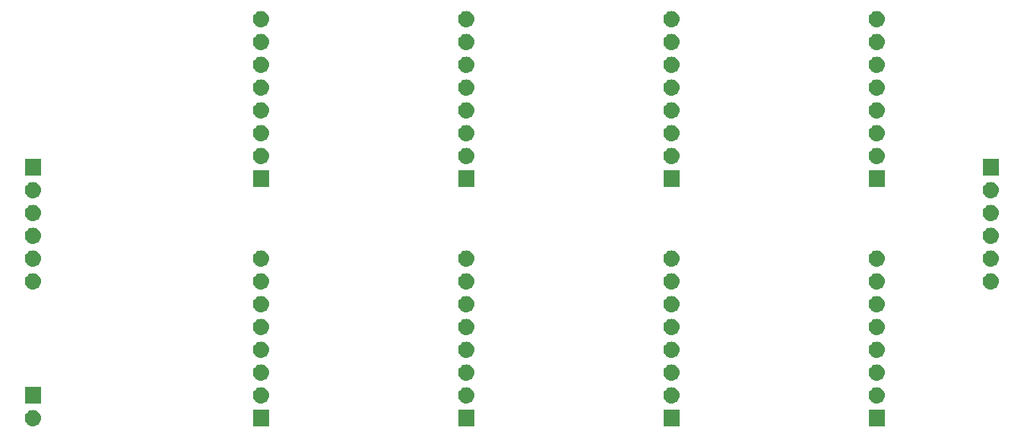
<source format=gbr>
G04 #@! TF.GenerationSoftware,KiCad,Pcbnew,5.1.0-060a0da~80~ubuntu16.04.1*
G04 #@! TF.CreationDate,2019-04-09T13:02:11+02:00*
G04 #@! TF.ProjectId,74HC165 Breakout,37344843-3136-4352-9042-7265616b6f75,rev?*
G04 #@! TF.SameCoordinates,Original*
G04 #@! TF.FileFunction,Soldermask,Bot*
G04 #@! TF.FilePolarity,Negative*
%FSLAX46Y46*%
G04 Gerber Fmt 4.6, Leading zero omitted, Abs format (unit mm)*
G04 Created by KiCad (PCBNEW 5.1.0-060a0da~80~ubuntu16.04.1) date 2019-04-09 13:02:11*
%MOMM*%
%LPD*%
G04 APERTURE LIST*
%ADD10C,0.100000*%
G04 APERTURE END LIST*
D10*
G36*
X130111000Y-129161000D02*
G01*
X128309000Y-129161000D01*
X128309000Y-127359000D01*
X130111000Y-127359000D01*
X130111000Y-129161000D01*
X130111000Y-129161000D01*
G37*
G36*
X175831000Y-129161000D02*
G01*
X174029000Y-129161000D01*
X174029000Y-127359000D01*
X175831000Y-127359000D01*
X175831000Y-129161000D01*
X175831000Y-129161000D01*
G37*
G36*
X103920442Y-127365518D02*
G01*
X103986627Y-127372037D01*
X104156466Y-127423557D01*
X104312991Y-127507222D01*
X104348729Y-127536552D01*
X104450186Y-127619814D01*
X104533448Y-127721271D01*
X104562778Y-127757009D01*
X104646443Y-127913534D01*
X104697963Y-128083373D01*
X104715359Y-128260000D01*
X104697963Y-128436627D01*
X104646443Y-128606466D01*
X104562778Y-128762991D01*
X104533448Y-128798729D01*
X104450186Y-128900186D01*
X104348729Y-128983448D01*
X104312991Y-129012778D01*
X104156466Y-129096443D01*
X103986627Y-129147963D01*
X103920442Y-129154482D01*
X103854260Y-129161000D01*
X103765740Y-129161000D01*
X103699558Y-129154482D01*
X103633373Y-129147963D01*
X103463534Y-129096443D01*
X103307009Y-129012778D01*
X103271271Y-128983448D01*
X103169814Y-128900186D01*
X103086552Y-128798729D01*
X103057222Y-128762991D01*
X102973557Y-128606466D01*
X102922037Y-128436627D01*
X102904641Y-128260000D01*
X102922037Y-128083373D01*
X102973557Y-127913534D01*
X103057222Y-127757009D01*
X103086552Y-127721271D01*
X103169814Y-127619814D01*
X103271271Y-127536552D01*
X103307009Y-127507222D01*
X103463534Y-127423557D01*
X103633373Y-127372037D01*
X103699558Y-127365518D01*
X103765740Y-127359000D01*
X103854260Y-127359000D01*
X103920442Y-127365518D01*
X103920442Y-127365518D01*
G37*
G36*
X152971000Y-129161000D02*
G01*
X151169000Y-129161000D01*
X151169000Y-127359000D01*
X152971000Y-127359000D01*
X152971000Y-129161000D01*
X152971000Y-129161000D01*
G37*
G36*
X198691000Y-129161000D02*
G01*
X196889000Y-129161000D01*
X196889000Y-127359000D01*
X198691000Y-127359000D01*
X198691000Y-129161000D01*
X198691000Y-129161000D01*
G37*
G36*
X152180443Y-124825519D02*
G01*
X152246627Y-124832037D01*
X152416466Y-124883557D01*
X152572991Y-124967222D01*
X152608729Y-124996552D01*
X152710186Y-125079814D01*
X152793448Y-125181271D01*
X152822778Y-125217009D01*
X152906443Y-125373534D01*
X152957963Y-125543373D01*
X152975359Y-125720000D01*
X152957963Y-125896627D01*
X152906443Y-126066466D01*
X152822778Y-126222991D01*
X152793448Y-126258729D01*
X152710186Y-126360186D01*
X152608729Y-126443448D01*
X152572991Y-126472778D01*
X152416466Y-126556443D01*
X152246627Y-126607963D01*
X152180442Y-126614482D01*
X152114260Y-126621000D01*
X152025740Y-126621000D01*
X151959558Y-126614482D01*
X151893373Y-126607963D01*
X151723534Y-126556443D01*
X151567009Y-126472778D01*
X151531271Y-126443448D01*
X151429814Y-126360186D01*
X151346552Y-126258729D01*
X151317222Y-126222991D01*
X151233557Y-126066466D01*
X151182037Y-125896627D01*
X151164641Y-125720000D01*
X151182037Y-125543373D01*
X151233557Y-125373534D01*
X151317222Y-125217009D01*
X151346552Y-125181271D01*
X151429814Y-125079814D01*
X151531271Y-124996552D01*
X151567009Y-124967222D01*
X151723534Y-124883557D01*
X151893373Y-124832037D01*
X151959557Y-124825519D01*
X152025740Y-124819000D01*
X152114260Y-124819000D01*
X152180443Y-124825519D01*
X152180443Y-124825519D01*
G37*
G36*
X197900443Y-124825519D02*
G01*
X197966627Y-124832037D01*
X198136466Y-124883557D01*
X198292991Y-124967222D01*
X198328729Y-124996552D01*
X198430186Y-125079814D01*
X198513448Y-125181271D01*
X198542778Y-125217009D01*
X198626443Y-125373534D01*
X198677963Y-125543373D01*
X198695359Y-125720000D01*
X198677963Y-125896627D01*
X198626443Y-126066466D01*
X198542778Y-126222991D01*
X198513448Y-126258729D01*
X198430186Y-126360186D01*
X198328729Y-126443448D01*
X198292991Y-126472778D01*
X198136466Y-126556443D01*
X197966627Y-126607963D01*
X197900442Y-126614482D01*
X197834260Y-126621000D01*
X197745740Y-126621000D01*
X197679558Y-126614482D01*
X197613373Y-126607963D01*
X197443534Y-126556443D01*
X197287009Y-126472778D01*
X197251271Y-126443448D01*
X197149814Y-126360186D01*
X197066552Y-126258729D01*
X197037222Y-126222991D01*
X196953557Y-126066466D01*
X196902037Y-125896627D01*
X196884641Y-125720000D01*
X196902037Y-125543373D01*
X196953557Y-125373534D01*
X197037222Y-125217009D01*
X197066552Y-125181271D01*
X197149814Y-125079814D01*
X197251271Y-124996552D01*
X197287009Y-124967222D01*
X197443534Y-124883557D01*
X197613373Y-124832037D01*
X197679557Y-124825519D01*
X197745740Y-124819000D01*
X197834260Y-124819000D01*
X197900443Y-124825519D01*
X197900443Y-124825519D01*
G37*
G36*
X104711000Y-126621000D02*
G01*
X102909000Y-126621000D01*
X102909000Y-124819000D01*
X104711000Y-124819000D01*
X104711000Y-126621000D01*
X104711000Y-126621000D01*
G37*
G36*
X175040443Y-124825519D02*
G01*
X175106627Y-124832037D01*
X175276466Y-124883557D01*
X175432991Y-124967222D01*
X175468729Y-124996552D01*
X175570186Y-125079814D01*
X175653448Y-125181271D01*
X175682778Y-125217009D01*
X175766443Y-125373534D01*
X175817963Y-125543373D01*
X175835359Y-125720000D01*
X175817963Y-125896627D01*
X175766443Y-126066466D01*
X175682778Y-126222991D01*
X175653448Y-126258729D01*
X175570186Y-126360186D01*
X175468729Y-126443448D01*
X175432991Y-126472778D01*
X175276466Y-126556443D01*
X175106627Y-126607963D01*
X175040442Y-126614482D01*
X174974260Y-126621000D01*
X174885740Y-126621000D01*
X174819558Y-126614482D01*
X174753373Y-126607963D01*
X174583534Y-126556443D01*
X174427009Y-126472778D01*
X174391271Y-126443448D01*
X174289814Y-126360186D01*
X174206552Y-126258729D01*
X174177222Y-126222991D01*
X174093557Y-126066466D01*
X174042037Y-125896627D01*
X174024641Y-125720000D01*
X174042037Y-125543373D01*
X174093557Y-125373534D01*
X174177222Y-125217009D01*
X174206552Y-125181271D01*
X174289814Y-125079814D01*
X174391271Y-124996552D01*
X174427009Y-124967222D01*
X174583534Y-124883557D01*
X174753373Y-124832037D01*
X174819557Y-124825519D01*
X174885740Y-124819000D01*
X174974260Y-124819000D01*
X175040443Y-124825519D01*
X175040443Y-124825519D01*
G37*
G36*
X129320443Y-124825519D02*
G01*
X129386627Y-124832037D01*
X129556466Y-124883557D01*
X129712991Y-124967222D01*
X129748729Y-124996552D01*
X129850186Y-125079814D01*
X129933448Y-125181271D01*
X129962778Y-125217009D01*
X130046443Y-125373534D01*
X130097963Y-125543373D01*
X130115359Y-125720000D01*
X130097963Y-125896627D01*
X130046443Y-126066466D01*
X129962778Y-126222991D01*
X129933448Y-126258729D01*
X129850186Y-126360186D01*
X129748729Y-126443448D01*
X129712991Y-126472778D01*
X129556466Y-126556443D01*
X129386627Y-126607963D01*
X129320442Y-126614482D01*
X129254260Y-126621000D01*
X129165740Y-126621000D01*
X129099558Y-126614482D01*
X129033373Y-126607963D01*
X128863534Y-126556443D01*
X128707009Y-126472778D01*
X128671271Y-126443448D01*
X128569814Y-126360186D01*
X128486552Y-126258729D01*
X128457222Y-126222991D01*
X128373557Y-126066466D01*
X128322037Y-125896627D01*
X128304641Y-125720000D01*
X128322037Y-125543373D01*
X128373557Y-125373534D01*
X128457222Y-125217009D01*
X128486552Y-125181271D01*
X128569814Y-125079814D01*
X128671271Y-124996552D01*
X128707009Y-124967222D01*
X128863534Y-124883557D01*
X129033373Y-124832037D01*
X129099557Y-124825519D01*
X129165740Y-124819000D01*
X129254260Y-124819000D01*
X129320443Y-124825519D01*
X129320443Y-124825519D01*
G37*
G36*
X129320442Y-122285518D02*
G01*
X129386627Y-122292037D01*
X129556466Y-122343557D01*
X129712991Y-122427222D01*
X129748729Y-122456552D01*
X129850186Y-122539814D01*
X129933448Y-122641271D01*
X129962778Y-122677009D01*
X130046443Y-122833534D01*
X130097963Y-123003373D01*
X130115359Y-123180000D01*
X130097963Y-123356627D01*
X130046443Y-123526466D01*
X129962778Y-123682991D01*
X129933448Y-123718729D01*
X129850186Y-123820186D01*
X129748729Y-123903448D01*
X129712991Y-123932778D01*
X129556466Y-124016443D01*
X129386627Y-124067963D01*
X129320443Y-124074481D01*
X129254260Y-124081000D01*
X129165740Y-124081000D01*
X129099557Y-124074481D01*
X129033373Y-124067963D01*
X128863534Y-124016443D01*
X128707009Y-123932778D01*
X128671271Y-123903448D01*
X128569814Y-123820186D01*
X128486552Y-123718729D01*
X128457222Y-123682991D01*
X128373557Y-123526466D01*
X128322037Y-123356627D01*
X128304641Y-123180000D01*
X128322037Y-123003373D01*
X128373557Y-122833534D01*
X128457222Y-122677009D01*
X128486552Y-122641271D01*
X128569814Y-122539814D01*
X128671271Y-122456552D01*
X128707009Y-122427222D01*
X128863534Y-122343557D01*
X129033373Y-122292037D01*
X129099558Y-122285518D01*
X129165740Y-122279000D01*
X129254260Y-122279000D01*
X129320442Y-122285518D01*
X129320442Y-122285518D01*
G37*
G36*
X197900442Y-122285518D02*
G01*
X197966627Y-122292037D01*
X198136466Y-122343557D01*
X198292991Y-122427222D01*
X198328729Y-122456552D01*
X198430186Y-122539814D01*
X198513448Y-122641271D01*
X198542778Y-122677009D01*
X198626443Y-122833534D01*
X198677963Y-123003373D01*
X198695359Y-123180000D01*
X198677963Y-123356627D01*
X198626443Y-123526466D01*
X198542778Y-123682991D01*
X198513448Y-123718729D01*
X198430186Y-123820186D01*
X198328729Y-123903448D01*
X198292991Y-123932778D01*
X198136466Y-124016443D01*
X197966627Y-124067963D01*
X197900443Y-124074481D01*
X197834260Y-124081000D01*
X197745740Y-124081000D01*
X197679557Y-124074481D01*
X197613373Y-124067963D01*
X197443534Y-124016443D01*
X197287009Y-123932778D01*
X197251271Y-123903448D01*
X197149814Y-123820186D01*
X197066552Y-123718729D01*
X197037222Y-123682991D01*
X196953557Y-123526466D01*
X196902037Y-123356627D01*
X196884641Y-123180000D01*
X196902037Y-123003373D01*
X196953557Y-122833534D01*
X197037222Y-122677009D01*
X197066552Y-122641271D01*
X197149814Y-122539814D01*
X197251271Y-122456552D01*
X197287009Y-122427222D01*
X197443534Y-122343557D01*
X197613373Y-122292037D01*
X197679558Y-122285518D01*
X197745740Y-122279000D01*
X197834260Y-122279000D01*
X197900442Y-122285518D01*
X197900442Y-122285518D01*
G37*
G36*
X175040442Y-122285518D02*
G01*
X175106627Y-122292037D01*
X175276466Y-122343557D01*
X175432991Y-122427222D01*
X175468729Y-122456552D01*
X175570186Y-122539814D01*
X175653448Y-122641271D01*
X175682778Y-122677009D01*
X175766443Y-122833534D01*
X175817963Y-123003373D01*
X175835359Y-123180000D01*
X175817963Y-123356627D01*
X175766443Y-123526466D01*
X175682778Y-123682991D01*
X175653448Y-123718729D01*
X175570186Y-123820186D01*
X175468729Y-123903448D01*
X175432991Y-123932778D01*
X175276466Y-124016443D01*
X175106627Y-124067963D01*
X175040443Y-124074481D01*
X174974260Y-124081000D01*
X174885740Y-124081000D01*
X174819557Y-124074481D01*
X174753373Y-124067963D01*
X174583534Y-124016443D01*
X174427009Y-123932778D01*
X174391271Y-123903448D01*
X174289814Y-123820186D01*
X174206552Y-123718729D01*
X174177222Y-123682991D01*
X174093557Y-123526466D01*
X174042037Y-123356627D01*
X174024641Y-123180000D01*
X174042037Y-123003373D01*
X174093557Y-122833534D01*
X174177222Y-122677009D01*
X174206552Y-122641271D01*
X174289814Y-122539814D01*
X174391271Y-122456552D01*
X174427009Y-122427222D01*
X174583534Y-122343557D01*
X174753373Y-122292037D01*
X174819558Y-122285518D01*
X174885740Y-122279000D01*
X174974260Y-122279000D01*
X175040442Y-122285518D01*
X175040442Y-122285518D01*
G37*
G36*
X152180442Y-122285518D02*
G01*
X152246627Y-122292037D01*
X152416466Y-122343557D01*
X152572991Y-122427222D01*
X152608729Y-122456552D01*
X152710186Y-122539814D01*
X152793448Y-122641271D01*
X152822778Y-122677009D01*
X152906443Y-122833534D01*
X152957963Y-123003373D01*
X152975359Y-123180000D01*
X152957963Y-123356627D01*
X152906443Y-123526466D01*
X152822778Y-123682991D01*
X152793448Y-123718729D01*
X152710186Y-123820186D01*
X152608729Y-123903448D01*
X152572991Y-123932778D01*
X152416466Y-124016443D01*
X152246627Y-124067963D01*
X152180443Y-124074481D01*
X152114260Y-124081000D01*
X152025740Y-124081000D01*
X151959557Y-124074481D01*
X151893373Y-124067963D01*
X151723534Y-124016443D01*
X151567009Y-123932778D01*
X151531271Y-123903448D01*
X151429814Y-123820186D01*
X151346552Y-123718729D01*
X151317222Y-123682991D01*
X151233557Y-123526466D01*
X151182037Y-123356627D01*
X151164641Y-123180000D01*
X151182037Y-123003373D01*
X151233557Y-122833534D01*
X151317222Y-122677009D01*
X151346552Y-122641271D01*
X151429814Y-122539814D01*
X151531271Y-122456552D01*
X151567009Y-122427222D01*
X151723534Y-122343557D01*
X151893373Y-122292037D01*
X151959558Y-122285518D01*
X152025740Y-122279000D01*
X152114260Y-122279000D01*
X152180442Y-122285518D01*
X152180442Y-122285518D01*
G37*
G36*
X175040442Y-119745518D02*
G01*
X175106627Y-119752037D01*
X175276466Y-119803557D01*
X175432991Y-119887222D01*
X175468729Y-119916552D01*
X175570186Y-119999814D01*
X175653448Y-120101271D01*
X175682778Y-120137009D01*
X175766443Y-120293534D01*
X175817963Y-120463373D01*
X175835359Y-120640000D01*
X175817963Y-120816627D01*
X175766443Y-120986466D01*
X175682778Y-121142991D01*
X175653448Y-121178729D01*
X175570186Y-121280186D01*
X175468729Y-121363448D01*
X175432991Y-121392778D01*
X175276466Y-121476443D01*
X175106627Y-121527963D01*
X175040442Y-121534482D01*
X174974260Y-121541000D01*
X174885740Y-121541000D01*
X174819558Y-121534482D01*
X174753373Y-121527963D01*
X174583534Y-121476443D01*
X174427009Y-121392778D01*
X174391271Y-121363448D01*
X174289814Y-121280186D01*
X174206552Y-121178729D01*
X174177222Y-121142991D01*
X174093557Y-120986466D01*
X174042037Y-120816627D01*
X174024641Y-120640000D01*
X174042037Y-120463373D01*
X174093557Y-120293534D01*
X174177222Y-120137009D01*
X174206552Y-120101271D01*
X174289814Y-119999814D01*
X174391271Y-119916552D01*
X174427009Y-119887222D01*
X174583534Y-119803557D01*
X174753373Y-119752037D01*
X174819558Y-119745518D01*
X174885740Y-119739000D01*
X174974260Y-119739000D01*
X175040442Y-119745518D01*
X175040442Y-119745518D01*
G37*
G36*
X129320442Y-119745518D02*
G01*
X129386627Y-119752037D01*
X129556466Y-119803557D01*
X129712991Y-119887222D01*
X129748729Y-119916552D01*
X129850186Y-119999814D01*
X129933448Y-120101271D01*
X129962778Y-120137009D01*
X130046443Y-120293534D01*
X130097963Y-120463373D01*
X130115359Y-120640000D01*
X130097963Y-120816627D01*
X130046443Y-120986466D01*
X129962778Y-121142991D01*
X129933448Y-121178729D01*
X129850186Y-121280186D01*
X129748729Y-121363448D01*
X129712991Y-121392778D01*
X129556466Y-121476443D01*
X129386627Y-121527963D01*
X129320442Y-121534482D01*
X129254260Y-121541000D01*
X129165740Y-121541000D01*
X129099558Y-121534482D01*
X129033373Y-121527963D01*
X128863534Y-121476443D01*
X128707009Y-121392778D01*
X128671271Y-121363448D01*
X128569814Y-121280186D01*
X128486552Y-121178729D01*
X128457222Y-121142991D01*
X128373557Y-120986466D01*
X128322037Y-120816627D01*
X128304641Y-120640000D01*
X128322037Y-120463373D01*
X128373557Y-120293534D01*
X128457222Y-120137009D01*
X128486552Y-120101271D01*
X128569814Y-119999814D01*
X128671271Y-119916552D01*
X128707009Y-119887222D01*
X128863534Y-119803557D01*
X129033373Y-119752037D01*
X129099558Y-119745518D01*
X129165740Y-119739000D01*
X129254260Y-119739000D01*
X129320442Y-119745518D01*
X129320442Y-119745518D01*
G37*
G36*
X152180442Y-119745518D02*
G01*
X152246627Y-119752037D01*
X152416466Y-119803557D01*
X152572991Y-119887222D01*
X152608729Y-119916552D01*
X152710186Y-119999814D01*
X152793448Y-120101271D01*
X152822778Y-120137009D01*
X152906443Y-120293534D01*
X152957963Y-120463373D01*
X152975359Y-120640000D01*
X152957963Y-120816627D01*
X152906443Y-120986466D01*
X152822778Y-121142991D01*
X152793448Y-121178729D01*
X152710186Y-121280186D01*
X152608729Y-121363448D01*
X152572991Y-121392778D01*
X152416466Y-121476443D01*
X152246627Y-121527963D01*
X152180442Y-121534482D01*
X152114260Y-121541000D01*
X152025740Y-121541000D01*
X151959558Y-121534482D01*
X151893373Y-121527963D01*
X151723534Y-121476443D01*
X151567009Y-121392778D01*
X151531271Y-121363448D01*
X151429814Y-121280186D01*
X151346552Y-121178729D01*
X151317222Y-121142991D01*
X151233557Y-120986466D01*
X151182037Y-120816627D01*
X151164641Y-120640000D01*
X151182037Y-120463373D01*
X151233557Y-120293534D01*
X151317222Y-120137009D01*
X151346552Y-120101271D01*
X151429814Y-119999814D01*
X151531271Y-119916552D01*
X151567009Y-119887222D01*
X151723534Y-119803557D01*
X151893373Y-119752037D01*
X151959558Y-119745518D01*
X152025740Y-119739000D01*
X152114260Y-119739000D01*
X152180442Y-119745518D01*
X152180442Y-119745518D01*
G37*
G36*
X197900442Y-119745518D02*
G01*
X197966627Y-119752037D01*
X198136466Y-119803557D01*
X198292991Y-119887222D01*
X198328729Y-119916552D01*
X198430186Y-119999814D01*
X198513448Y-120101271D01*
X198542778Y-120137009D01*
X198626443Y-120293534D01*
X198677963Y-120463373D01*
X198695359Y-120640000D01*
X198677963Y-120816627D01*
X198626443Y-120986466D01*
X198542778Y-121142991D01*
X198513448Y-121178729D01*
X198430186Y-121280186D01*
X198328729Y-121363448D01*
X198292991Y-121392778D01*
X198136466Y-121476443D01*
X197966627Y-121527963D01*
X197900442Y-121534482D01*
X197834260Y-121541000D01*
X197745740Y-121541000D01*
X197679558Y-121534482D01*
X197613373Y-121527963D01*
X197443534Y-121476443D01*
X197287009Y-121392778D01*
X197251271Y-121363448D01*
X197149814Y-121280186D01*
X197066552Y-121178729D01*
X197037222Y-121142991D01*
X196953557Y-120986466D01*
X196902037Y-120816627D01*
X196884641Y-120640000D01*
X196902037Y-120463373D01*
X196953557Y-120293534D01*
X197037222Y-120137009D01*
X197066552Y-120101271D01*
X197149814Y-119999814D01*
X197251271Y-119916552D01*
X197287009Y-119887222D01*
X197443534Y-119803557D01*
X197613373Y-119752037D01*
X197679558Y-119745518D01*
X197745740Y-119739000D01*
X197834260Y-119739000D01*
X197900442Y-119745518D01*
X197900442Y-119745518D01*
G37*
G36*
X129320443Y-117205519D02*
G01*
X129386627Y-117212037D01*
X129556466Y-117263557D01*
X129712991Y-117347222D01*
X129748729Y-117376552D01*
X129850186Y-117459814D01*
X129933448Y-117561271D01*
X129962778Y-117597009D01*
X130046443Y-117753534D01*
X130097963Y-117923373D01*
X130115359Y-118100000D01*
X130097963Y-118276627D01*
X130046443Y-118446466D01*
X129962778Y-118602991D01*
X129933448Y-118638729D01*
X129850186Y-118740186D01*
X129748729Y-118823448D01*
X129712991Y-118852778D01*
X129556466Y-118936443D01*
X129386627Y-118987963D01*
X129320442Y-118994482D01*
X129254260Y-119001000D01*
X129165740Y-119001000D01*
X129099558Y-118994482D01*
X129033373Y-118987963D01*
X128863534Y-118936443D01*
X128707009Y-118852778D01*
X128671271Y-118823448D01*
X128569814Y-118740186D01*
X128486552Y-118638729D01*
X128457222Y-118602991D01*
X128373557Y-118446466D01*
X128322037Y-118276627D01*
X128304641Y-118100000D01*
X128322037Y-117923373D01*
X128373557Y-117753534D01*
X128457222Y-117597009D01*
X128486552Y-117561271D01*
X128569814Y-117459814D01*
X128671271Y-117376552D01*
X128707009Y-117347222D01*
X128863534Y-117263557D01*
X129033373Y-117212037D01*
X129099557Y-117205519D01*
X129165740Y-117199000D01*
X129254260Y-117199000D01*
X129320443Y-117205519D01*
X129320443Y-117205519D01*
G37*
G36*
X197900443Y-117205519D02*
G01*
X197966627Y-117212037D01*
X198136466Y-117263557D01*
X198292991Y-117347222D01*
X198328729Y-117376552D01*
X198430186Y-117459814D01*
X198513448Y-117561271D01*
X198542778Y-117597009D01*
X198626443Y-117753534D01*
X198677963Y-117923373D01*
X198695359Y-118100000D01*
X198677963Y-118276627D01*
X198626443Y-118446466D01*
X198542778Y-118602991D01*
X198513448Y-118638729D01*
X198430186Y-118740186D01*
X198328729Y-118823448D01*
X198292991Y-118852778D01*
X198136466Y-118936443D01*
X197966627Y-118987963D01*
X197900442Y-118994482D01*
X197834260Y-119001000D01*
X197745740Y-119001000D01*
X197679558Y-118994482D01*
X197613373Y-118987963D01*
X197443534Y-118936443D01*
X197287009Y-118852778D01*
X197251271Y-118823448D01*
X197149814Y-118740186D01*
X197066552Y-118638729D01*
X197037222Y-118602991D01*
X196953557Y-118446466D01*
X196902037Y-118276627D01*
X196884641Y-118100000D01*
X196902037Y-117923373D01*
X196953557Y-117753534D01*
X197037222Y-117597009D01*
X197066552Y-117561271D01*
X197149814Y-117459814D01*
X197251271Y-117376552D01*
X197287009Y-117347222D01*
X197443534Y-117263557D01*
X197613373Y-117212037D01*
X197679557Y-117205519D01*
X197745740Y-117199000D01*
X197834260Y-117199000D01*
X197900443Y-117205519D01*
X197900443Y-117205519D01*
G37*
G36*
X175040443Y-117205519D02*
G01*
X175106627Y-117212037D01*
X175276466Y-117263557D01*
X175432991Y-117347222D01*
X175468729Y-117376552D01*
X175570186Y-117459814D01*
X175653448Y-117561271D01*
X175682778Y-117597009D01*
X175766443Y-117753534D01*
X175817963Y-117923373D01*
X175835359Y-118100000D01*
X175817963Y-118276627D01*
X175766443Y-118446466D01*
X175682778Y-118602991D01*
X175653448Y-118638729D01*
X175570186Y-118740186D01*
X175468729Y-118823448D01*
X175432991Y-118852778D01*
X175276466Y-118936443D01*
X175106627Y-118987963D01*
X175040442Y-118994482D01*
X174974260Y-119001000D01*
X174885740Y-119001000D01*
X174819558Y-118994482D01*
X174753373Y-118987963D01*
X174583534Y-118936443D01*
X174427009Y-118852778D01*
X174391271Y-118823448D01*
X174289814Y-118740186D01*
X174206552Y-118638729D01*
X174177222Y-118602991D01*
X174093557Y-118446466D01*
X174042037Y-118276627D01*
X174024641Y-118100000D01*
X174042037Y-117923373D01*
X174093557Y-117753534D01*
X174177222Y-117597009D01*
X174206552Y-117561271D01*
X174289814Y-117459814D01*
X174391271Y-117376552D01*
X174427009Y-117347222D01*
X174583534Y-117263557D01*
X174753373Y-117212037D01*
X174819557Y-117205519D01*
X174885740Y-117199000D01*
X174974260Y-117199000D01*
X175040443Y-117205519D01*
X175040443Y-117205519D01*
G37*
G36*
X152180443Y-117205519D02*
G01*
X152246627Y-117212037D01*
X152416466Y-117263557D01*
X152572991Y-117347222D01*
X152608729Y-117376552D01*
X152710186Y-117459814D01*
X152793448Y-117561271D01*
X152822778Y-117597009D01*
X152906443Y-117753534D01*
X152957963Y-117923373D01*
X152975359Y-118100000D01*
X152957963Y-118276627D01*
X152906443Y-118446466D01*
X152822778Y-118602991D01*
X152793448Y-118638729D01*
X152710186Y-118740186D01*
X152608729Y-118823448D01*
X152572991Y-118852778D01*
X152416466Y-118936443D01*
X152246627Y-118987963D01*
X152180442Y-118994482D01*
X152114260Y-119001000D01*
X152025740Y-119001000D01*
X151959558Y-118994482D01*
X151893373Y-118987963D01*
X151723534Y-118936443D01*
X151567009Y-118852778D01*
X151531271Y-118823448D01*
X151429814Y-118740186D01*
X151346552Y-118638729D01*
X151317222Y-118602991D01*
X151233557Y-118446466D01*
X151182037Y-118276627D01*
X151164641Y-118100000D01*
X151182037Y-117923373D01*
X151233557Y-117753534D01*
X151317222Y-117597009D01*
X151346552Y-117561271D01*
X151429814Y-117459814D01*
X151531271Y-117376552D01*
X151567009Y-117347222D01*
X151723534Y-117263557D01*
X151893373Y-117212037D01*
X151959557Y-117205519D01*
X152025740Y-117199000D01*
X152114260Y-117199000D01*
X152180443Y-117205519D01*
X152180443Y-117205519D01*
G37*
G36*
X129320443Y-114665519D02*
G01*
X129386627Y-114672037D01*
X129556466Y-114723557D01*
X129712991Y-114807222D01*
X129748729Y-114836552D01*
X129850186Y-114919814D01*
X129933448Y-115021271D01*
X129962778Y-115057009D01*
X130046443Y-115213534D01*
X130097963Y-115383373D01*
X130115359Y-115560000D01*
X130097963Y-115736627D01*
X130046443Y-115906466D01*
X129962778Y-116062991D01*
X129933448Y-116098729D01*
X129850186Y-116200186D01*
X129748729Y-116283448D01*
X129712991Y-116312778D01*
X129556466Y-116396443D01*
X129386627Y-116447963D01*
X129320443Y-116454481D01*
X129254260Y-116461000D01*
X129165740Y-116461000D01*
X129099557Y-116454481D01*
X129033373Y-116447963D01*
X128863534Y-116396443D01*
X128707009Y-116312778D01*
X128671271Y-116283448D01*
X128569814Y-116200186D01*
X128486552Y-116098729D01*
X128457222Y-116062991D01*
X128373557Y-115906466D01*
X128322037Y-115736627D01*
X128304641Y-115560000D01*
X128322037Y-115383373D01*
X128373557Y-115213534D01*
X128457222Y-115057009D01*
X128486552Y-115021271D01*
X128569814Y-114919814D01*
X128671271Y-114836552D01*
X128707009Y-114807222D01*
X128863534Y-114723557D01*
X129033373Y-114672037D01*
X129099557Y-114665519D01*
X129165740Y-114659000D01*
X129254260Y-114659000D01*
X129320443Y-114665519D01*
X129320443Y-114665519D01*
G37*
G36*
X152180443Y-114665519D02*
G01*
X152246627Y-114672037D01*
X152416466Y-114723557D01*
X152572991Y-114807222D01*
X152608729Y-114836552D01*
X152710186Y-114919814D01*
X152793448Y-115021271D01*
X152822778Y-115057009D01*
X152906443Y-115213534D01*
X152957963Y-115383373D01*
X152975359Y-115560000D01*
X152957963Y-115736627D01*
X152906443Y-115906466D01*
X152822778Y-116062991D01*
X152793448Y-116098729D01*
X152710186Y-116200186D01*
X152608729Y-116283448D01*
X152572991Y-116312778D01*
X152416466Y-116396443D01*
X152246627Y-116447963D01*
X152180443Y-116454481D01*
X152114260Y-116461000D01*
X152025740Y-116461000D01*
X151959557Y-116454481D01*
X151893373Y-116447963D01*
X151723534Y-116396443D01*
X151567009Y-116312778D01*
X151531271Y-116283448D01*
X151429814Y-116200186D01*
X151346552Y-116098729D01*
X151317222Y-116062991D01*
X151233557Y-115906466D01*
X151182037Y-115736627D01*
X151164641Y-115560000D01*
X151182037Y-115383373D01*
X151233557Y-115213534D01*
X151317222Y-115057009D01*
X151346552Y-115021271D01*
X151429814Y-114919814D01*
X151531271Y-114836552D01*
X151567009Y-114807222D01*
X151723534Y-114723557D01*
X151893373Y-114672037D01*
X151959557Y-114665519D01*
X152025740Y-114659000D01*
X152114260Y-114659000D01*
X152180443Y-114665519D01*
X152180443Y-114665519D01*
G37*
G36*
X197900443Y-114665519D02*
G01*
X197966627Y-114672037D01*
X198136466Y-114723557D01*
X198292991Y-114807222D01*
X198328729Y-114836552D01*
X198430186Y-114919814D01*
X198513448Y-115021271D01*
X198542778Y-115057009D01*
X198626443Y-115213534D01*
X198677963Y-115383373D01*
X198695359Y-115560000D01*
X198677963Y-115736627D01*
X198626443Y-115906466D01*
X198542778Y-116062991D01*
X198513448Y-116098729D01*
X198430186Y-116200186D01*
X198328729Y-116283448D01*
X198292991Y-116312778D01*
X198136466Y-116396443D01*
X197966627Y-116447963D01*
X197900443Y-116454481D01*
X197834260Y-116461000D01*
X197745740Y-116461000D01*
X197679557Y-116454481D01*
X197613373Y-116447963D01*
X197443534Y-116396443D01*
X197287009Y-116312778D01*
X197251271Y-116283448D01*
X197149814Y-116200186D01*
X197066552Y-116098729D01*
X197037222Y-116062991D01*
X196953557Y-115906466D01*
X196902037Y-115736627D01*
X196884641Y-115560000D01*
X196902037Y-115383373D01*
X196953557Y-115213534D01*
X197037222Y-115057009D01*
X197066552Y-115021271D01*
X197149814Y-114919814D01*
X197251271Y-114836552D01*
X197287009Y-114807222D01*
X197443534Y-114723557D01*
X197613373Y-114672037D01*
X197679557Y-114665519D01*
X197745740Y-114659000D01*
X197834260Y-114659000D01*
X197900443Y-114665519D01*
X197900443Y-114665519D01*
G37*
G36*
X175040443Y-114665519D02*
G01*
X175106627Y-114672037D01*
X175276466Y-114723557D01*
X175432991Y-114807222D01*
X175468729Y-114836552D01*
X175570186Y-114919814D01*
X175653448Y-115021271D01*
X175682778Y-115057009D01*
X175766443Y-115213534D01*
X175817963Y-115383373D01*
X175835359Y-115560000D01*
X175817963Y-115736627D01*
X175766443Y-115906466D01*
X175682778Y-116062991D01*
X175653448Y-116098729D01*
X175570186Y-116200186D01*
X175468729Y-116283448D01*
X175432991Y-116312778D01*
X175276466Y-116396443D01*
X175106627Y-116447963D01*
X175040443Y-116454481D01*
X174974260Y-116461000D01*
X174885740Y-116461000D01*
X174819557Y-116454481D01*
X174753373Y-116447963D01*
X174583534Y-116396443D01*
X174427009Y-116312778D01*
X174391271Y-116283448D01*
X174289814Y-116200186D01*
X174206552Y-116098729D01*
X174177222Y-116062991D01*
X174093557Y-115906466D01*
X174042037Y-115736627D01*
X174024641Y-115560000D01*
X174042037Y-115383373D01*
X174093557Y-115213534D01*
X174177222Y-115057009D01*
X174206552Y-115021271D01*
X174289814Y-114919814D01*
X174391271Y-114836552D01*
X174427009Y-114807222D01*
X174583534Y-114723557D01*
X174753373Y-114672037D01*
X174819557Y-114665519D01*
X174885740Y-114659000D01*
X174974260Y-114659000D01*
X175040443Y-114665519D01*
X175040443Y-114665519D01*
G37*
G36*
X175040442Y-112125518D02*
G01*
X175106627Y-112132037D01*
X175276466Y-112183557D01*
X175432991Y-112267222D01*
X175468729Y-112296552D01*
X175570186Y-112379814D01*
X175653448Y-112481271D01*
X175682778Y-112517009D01*
X175766443Y-112673534D01*
X175817963Y-112843373D01*
X175835359Y-113020000D01*
X175817963Y-113196627D01*
X175766443Y-113366466D01*
X175682778Y-113522991D01*
X175653448Y-113558729D01*
X175570186Y-113660186D01*
X175468729Y-113743448D01*
X175432991Y-113772778D01*
X175276466Y-113856443D01*
X175106627Y-113907963D01*
X175040443Y-113914481D01*
X174974260Y-113921000D01*
X174885740Y-113921000D01*
X174819557Y-113914481D01*
X174753373Y-113907963D01*
X174583534Y-113856443D01*
X174427009Y-113772778D01*
X174391271Y-113743448D01*
X174289814Y-113660186D01*
X174206552Y-113558729D01*
X174177222Y-113522991D01*
X174093557Y-113366466D01*
X174042037Y-113196627D01*
X174024641Y-113020000D01*
X174042037Y-112843373D01*
X174093557Y-112673534D01*
X174177222Y-112517009D01*
X174206552Y-112481271D01*
X174289814Y-112379814D01*
X174391271Y-112296552D01*
X174427009Y-112267222D01*
X174583534Y-112183557D01*
X174753373Y-112132037D01*
X174819558Y-112125518D01*
X174885740Y-112119000D01*
X174974260Y-112119000D01*
X175040442Y-112125518D01*
X175040442Y-112125518D01*
G37*
G36*
X129320442Y-112125518D02*
G01*
X129386627Y-112132037D01*
X129556466Y-112183557D01*
X129712991Y-112267222D01*
X129748729Y-112296552D01*
X129850186Y-112379814D01*
X129933448Y-112481271D01*
X129962778Y-112517009D01*
X130046443Y-112673534D01*
X130097963Y-112843373D01*
X130115359Y-113020000D01*
X130097963Y-113196627D01*
X130046443Y-113366466D01*
X129962778Y-113522991D01*
X129933448Y-113558729D01*
X129850186Y-113660186D01*
X129748729Y-113743448D01*
X129712991Y-113772778D01*
X129556466Y-113856443D01*
X129386627Y-113907963D01*
X129320443Y-113914481D01*
X129254260Y-113921000D01*
X129165740Y-113921000D01*
X129099557Y-113914481D01*
X129033373Y-113907963D01*
X128863534Y-113856443D01*
X128707009Y-113772778D01*
X128671271Y-113743448D01*
X128569814Y-113660186D01*
X128486552Y-113558729D01*
X128457222Y-113522991D01*
X128373557Y-113366466D01*
X128322037Y-113196627D01*
X128304641Y-113020000D01*
X128322037Y-112843373D01*
X128373557Y-112673534D01*
X128457222Y-112517009D01*
X128486552Y-112481271D01*
X128569814Y-112379814D01*
X128671271Y-112296552D01*
X128707009Y-112267222D01*
X128863534Y-112183557D01*
X129033373Y-112132037D01*
X129099558Y-112125518D01*
X129165740Y-112119000D01*
X129254260Y-112119000D01*
X129320442Y-112125518D01*
X129320442Y-112125518D01*
G37*
G36*
X152180442Y-112125518D02*
G01*
X152246627Y-112132037D01*
X152416466Y-112183557D01*
X152572991Y-112267222D01*
X152608729Y-112296552D01*
X152710186Y-112379814D01*
X152793448Y-112481271D01*
X152822778Y-112517009D01*
X152906443Y-112673534D01*
X152957963Y-112843373D01*
X152975359Y-113020000D01*
X152957963Y-113196627D01*
X152906443Y-113366466D01*
X152822778Y-113522991D01*
X152793448Y-113558729D01*
X152710186Y-113660186D01*
X152608729Y-113743448D01*
X152572991Y-113772778D01*
X152416466Y-113856443D01*
X152246627Y-113907963D01*
X152180443Y-113914481D01*
X152114260Y-113921000D01*
X152025740Y-113921000D01*
X151959557Y-113914481D01*
X151893373Y-113907963D01*
X151723534Y-113856443D01*
X151567009Y-113772778D01*
X151531271Y-113743448D01*
X151429814Y-113660186D01*
X151346552Y-113558729D01*
X151317222Y-113522991D01*
X151233557Y-113366466D01*
X151182037Y-113196627D01*
X151164641Y-113020000D01*
X151182037Y-112843373D01*
X151233557Y-112673534D01*
X151317222Y-112517009D01*
X151346552Y-112481271D01*
X151429814Y-112379814D01*
X151531271Y-112296552D01*
X151567009Y-112267222D01*
X151723534Y-112183557D01*
X151893373Y-112132037D01*
X151959558Y-112125518D01*
X152025740Y-112119000D01*
X152114260Y-112119000D01*
X152180442Y-112125518D01*
X152180442Y-112125518D01*
G37*
G36*
X197900442Y-112125518D02*
G01*
X197966627Y-112132037D01*
X198136466Y-112183557D01*
X198292991Y-112267222D01*
X198328729Y-112296552D01*
X198430186Y-112379814D01*
X198513448Y-112481271D01*
X198542778Y-112517009D01*
X198626443Y-112673534D01*
X198677963Y-112843373D01*
X198695359Y-113020000D01*
X198677963Y-113196627D01*
X198626443Y-113366466D01*
X198542778Y-113522991D01*
X198513448Y-113558729D01*
X198430186Y-113660186D01*
X198328729Y-113743448D01*
X198292991Y-113772778D01*
X198136466Y-113856443D01*
X197966627Y-113907963D01*
X197900443Y-113914481D01*
X197834260Y-113921000D01*
X197745740Y-113921000D01*
X197679557Y-113914481D01*
X197613373Y-113907963D01*
X197443534Y-113856443D01*
X197287009Y-113772778D01*
X197251271Y-113743448D01*
X197149814Y-113660186D01*
X197066552Y-113558729D01*
X197037222Y-113522991D01*
X196953557Y-113366466D01*
X196902037Y-113196627D01*
X196884641Y-113020000D01*
X196902037Y-112843373D01*
X196953557Y-112673534D01*
X197037222Y-112517009D01*
X197066552Y-112481271D01*
X197149814Y-112379814D01*
X197251271Y-112296552D01*
X197287009Y-112267222D01*
X197443534Y-112183557D01*
X197613373Y-112132037D01*
X197679558Y-112125518D01*
X197745740Y-112119000D01*
X197834260Y-112119000D01*
X197900442Y-112125518D01*
X197900442Y-112125518D01*
G37*
G36*
X210600442Y-112125518D02*
G01*
X210666627Y-112132037D01*
X210836466Y-112183557D01*
X210992991Y-112267222D01*
X211028729Y-112296552D01*
X211130186Y-112379814D01*
X211213448Y-112481271D01*
X211242778Y-112517009D01*
X211326443Y-112673534D01*
X211377963Y-112843373D01*
X211395359Y-113020000D01*
X211377963Y-113196627D01*
X211326443Y-113366466D01*
X211242778Y-113522991D01*
X211213448Y-113558729D01*
X211130186Y-113660186D01*
X211028729Y-113743448D01*
X210992991Y-113772778D01*
X210836466Y-113856443D01*
X210666627Y-113907963D01*
X210600443Y-113914481D01*
X210534260Y-113921000D01*
X210445740Y-113921000D01*
X210379557Y-113914481D01*
X210313373Y-113907963D01*
X210143534Y-113856443D01*
X209987009Y-113772778D01*
X209951271Y-113743448D01*
X209849814Y-113660186D01*
X209766552Y-113558729D01*
X209737222Y-113522991D01*
X209653557Y-113366466D01*
X209602037Y-113196627D01*
X209584641Y-113020000D01*
X209602037Y-112843373D01*
X209653557Y-112673534D01*
X209737222Y-112517009D01*
X209766552Y-112481271D01*
X209849814Y-112379814D01*
X209951271Y-112296552D01*
X209987009Y-112267222D01*
X210143534Y-112183557D01*
X210313373Y-112132037D01*
X210379558Y-112125518D01*
X210445740Y-112119000D01*
X210534260Y-112119000D01*
X210600442Y-112125518D01*
X210600442Y-112125518D01*
G37*
G36*
X103920442Y-112125518D02*
G01*
X103986627Y-112132037D01*
X104156466Y-112183557D01*
X104312991Y-112267222D01*
X104348729Y-112296552D01*
X104450186Y-112379814D01*
X104533448Y-112481271D01*
X104562778Y-112517009D01*
X104646443Y-112673534D01*
X104697963Y-112843373D01*
X104715359Y-113020000D01*
X104697963Y-113196627D01*
X104646443Y-113366466D01*
X104562778Y-113522991D01*
X104533448Y-113558729D01*
X104450186Y-113660186D01*
X104348729Y-113743448D01*
X104312991Y-113772778D01*
X104156466Y-113856443D01*
X103986627Y-113907963D01*
X103920443Y-113914481D01*
X103854260Y-113921000D01*
X103765740Y-113921000D01*
X103699557Y-113914481D01*
X103633373Y-113907963D01*
X103463534Y-113856443D01*
X103307009Y-113772778D01*
X103271271Y-113743448D01*
X103169814Y-113660186D01*
X103086552Y-113558729D01*
X103057222Y-113522991D01*
X102973557Y-113366466D01*
X102922037Y-113196627D01*
X102904641Y-113020000D01*
X102922037Y-112843373D01*
X102973557Y-112673534D01*
X103057222Y-112517009D01*
X103086552Y-112481271D01*
X103169814Y-112379814D01*
X103271271Y-112296552D01*
X103307009Y-112267222D01*
X103463534Y-112183557D01*
X103633373Y-112132037D01*
X103699558Y-112125518D01*
X103765740Y-112119000D01*
X103854260Y-112119000D01*
X103920442Y-112125518D01*
X103920442Y-112125518D01*
G37*
G36*
X129320443Y-109585519D02*
G01*
X129386627Y-109592037D01*
X129556466Y-109643557D01*
X129712991Y-109727222D01*
X129748729Y-109756552D01*
X129850186Y-109839814D01*
X129933448Y-109941271D01*
X129962778Y-109977009D01*
X130046443Y-110133534D01*
X130097963Y-110303373D01*
X130115359Y-110480000D01*
X130097963Y-110656627D01*
X130046443Y-110826466D01*
X129962778Y-110982991D01*
X129933448Y-111018729D01*
X129850186Y-111120186D01*
X129748729Y-111203448D01*
X129712991Y-111232778D01*
X129556466Y-111316443D01*
X129386627Y-111367963D01*
X129320443Y-111374481D01*
X129254260Y-111381000D01*
X129165740Y-111381000D01*
X129099557Y-111374481D01*
X129033373Y-111367963D01*
X128863534Y-111316443D01*
X128707009Y-111232778D01*
X128671271Y-111203448D01*
X128569814Y-111120186D01*
X128486552Y-111018729D01*
X128457222Y-110982991D01*
X128373557Y-110826466D01*
X128322037Y-110656627D01*
X128304641Y-110480000D01*
X128322037Y-110303373D01*
X128373557Y-110133534D01*
X128457222Y-109977009D01*
X128486552Y-109941271D01*
X128569814Y-109839814D01*
X128671271Y-109756552D01*
X128707009Y-109727222D01*
X128863534Y-109643557D01*
X129033373Y-109592037D01*
X129099557Y-109585519D01*
X129165740Y-109579000D01*
X129254260Y-109579000D01*
X129320443Y-109585519D01*
X129320443Y-109585519D01*
G37*
G36*
X210600443Y-109585519D02*
G01*
X210666627Y-109592037D01*
X210836466Y-109643557D01*
X210992991Y-109727222D01*
X211028729Y-109756552D01*
X211130186Y-109839814D01*
X211213448Y-109941271D01*
X211242778Y-109977009D01*
X211326443Y-110133534D01*
X211377963Y-110303373D01*
X211395359Y-110480000D01*
X211377963Y-110656627D01*
X211326443Y-110826466D01*
X211242778Y-110982991D01*
X211213448Y-111018729D01*
X211130186Y-111120186D01*
X211028729Y-111203448D01*
X210992991Y-111232778D01*
X210836466Y-111316443D01*
X210666627Y-111367963D01*
X210600443Y-111374481D01*
X210534260Y-111381000D01*
X210445740Y-111381000D01*
X210379557Y-111374481D01*
X210313373Y-111367963D01*
X210143534Y-111316443D01*
X209987009Y-111232778D01*
X209951271Y-111203448D01*
X209849814Y-111120186D01*
X209766552Y-111018729D01*
X209737222Y-110982991D01*
X209653557Y-110826466D01*
X209602037Y-110656627D01*
X209584641Y-110480000D01*
X209602037Y-110303373D01*
X209653557Y-110133534D01*
X209737222Y-109977009D01*
X209766552Y-109941271D01*
X209849814Y-109839814D01*
X209951271Y-109756552D01*
X209987009Y-109727222D01*
X210143534Y-109643557D01*
X210313373Y-109592037D01*
X210379557Y-109585519D01*
X210445740Y-109579000D01*
X210534260Y-109579000D01*
X210600443Y-109585519D01*
X210600443Y-109585519D01*
G37*
G36*
X103920443Y-109585519D02*
G01*
X103986627Y-109592037D01*
X104156466Y-109643557D01*
X104312991Y-109727222D01*
X104348729Y-109756552D01*
X104450186Y-109839814D01*
X104533448Y-109941271D01*
X104562778Y-109977009D01*
X104646443Y-110133534D01*
X104697963Y-110303373D01*
X104715359Y-110480000D01*
X104697963Y-110656627D01*
X104646443Y-110826466D01*
X104562778Y-110982991D01*
X104533448Y-111018729D01*
X104450186Y-111120186D01*
X104348729Y-111203448D01*
X104312991Y-111232778D01*
X104156466Y-111316443D01*
X103986627Y-111367963D01*
X103920443Y-111374481D01*
X103854260Y-111381000D01*
X103765740Y-111381000D01*
X103699557Y-111374481D01*
X103633373Y-111367963D01*
X103463534Y-111316443D01*
X103307009Y-111232778D01*
X103271271Y-111203448D01*
X103169814Y-111120186D01*
X103086552Y-111018729D01*
X103057222Y-110982991D01*
X102973557Y-110826466D01*
X102922037Y-110656627D01*
X102904641Y-110480000D01*
X102922037Y-110303373D01*
X102973557Y-110133534D01*
X103057222Y-109977009D01*
X103086552Y-109941271D01*
X103169814Y-109839814D01*
X103271271Y-109756552D01*
X103307009Y-109727222D01*
X103463534Y-109643557D01*
X103633373Y-109592037D01*
X103699557Y-109585519D01*
X103765740Y-109579000D01*
X103854260Y-109579000D01*
X103920443Y-109585519D01*
X103920443Y-109585519D01*
G37*
G36*
X197900443Y-109585519D02*
G01*
X197966627Y-109592037D01*
X198136466Y-109643557D01*
X198292991Y-109727222D01*
X198328729Y-109756552D01*
X198430186Y-109839814D01*
X198513448Y-109941271D01*
X198542778Y-109977009D01*
X198626443Y-110133534D01*
X198677963Y-110303373D01*
X198695359Y-110480000D01*
X198677963Y-110656627D01*
X198626443Y-110826466D01*
X198542778Y-110982991D01*
X198513448Y-111018729D01*
X198430186Y-111120186D01*
X198328729Y-111203448D01*
X198292991Y-111232778D01*
X198136466Y-111316443D01*
X197966627Y-111367963D01*
X197900443Y-111374481D01*
X197834260Y-111381000D01*
X197745740Y-111381000D01*
X197679557Y-111374481D01*
X197613373Y-111367963D01*
X197443534Y-111316443D01*
X197287009Y-111232778D01*
X197251271Y-111203448D01*
X197149814Y-111120186D01*
X197066552Y-111018729D01*
X197037222Y-110982991D01*
X196953557Y-110826466D01*
X196902037Y-110656627D01*
X196884641Y-110480000D01*
X196902037Y-110303373D01*
X196953557Y-110133534D01*
X197037222Y-109977009D01*
X197066552Y-109941271D01*
X197149814Y-109839814D01*
X197251271Y-109756552D01*
X197287009Y-109727222D01*
X197443534Y-109643557D01*
X197613373Y-109592037D01*
X197679557Y-109585519D01*
X197745740Y-109579000D01*
X197834260Y-109579000D01*
X197900443Y-109585519D01*
X197900443Y-109585519D01*
G37*
G36*
X175040443Y-109585519D02*
G01*
X175106627Y-109592037D01*
X175276466Y-109643557D01*
X175432991Y-109727222D01*
X175468729Y-109756552D01*
X175570186Y-109839814D01*
X175653448Y-109941271D01*
X175682778Y-109977009D01*
X175766443Y-110133534D01*
X175817963Y-110303373D01*
X175835359Y-110480000D01*
X175817963Y-110656627D01*
X175766443Y-110826466D01*
X175682778Y-110982991D01*
X175653448Y-111018729D01*
X175570186Y-111120186D01*
X175468729Y-111203448D01*
X175432991Y-111232778D01*
X175276466Y-111316443D01*
X175106627Y-111367963D01*
X175040443Y-111374481D01*
X174974260Y-111381000D01*
X174885740Y-111381000D01*
X174819557Y-111374481D01*
X174753373Y-111367963D01*
X174583534Y-111316443D01*
X174427009Y-111232778D01*
X174391271Y-111203448D01*
X174289814Y-111120186D01*
X174206552Y-111018729D01*
X174177222Y-110982991D01*
X174093557Y-110826466D01*
X174042037Y-110656627D01*
X174024641Y-110480000D01*
X174042037Y-110303373D01*
X174093557Y-110133534D01*
X174177222Y-109977009D01*
X174206552Y-109941271D01*
X174289814Y-109839814D01*
X174391271Y-109756552D01*
X174427009Y-109727222D01*
X174583534Y-109643557D01*
X174753373Y-109592037D01*
X174819557Y-109585519D01*
X174885740Y-109579000D01*
X174974260Y-109579000D01*
X175040443Y-109585519D01*
X175040443Y-109585519D01*
G37*
G36*
X152180443Y-109585519D02*
G01*
X152246627Y-109592037D01*
X152416466Y-109643557D01*
X152572991Y-109727222D01*
X152608729Y-109756552D01*
X152710186Y-109839814D01*
X152793448Y-109941271D01*
X152822778Y-109977009D01*
X152906443Y-110133534D01*
X152957963Y-110303373D01*
X152975359Y-110480000D01*
X152957963Y-110656627D01*
X152906443Y-110826466D01*
X152822778Y-110982991D01*
X152793448Y-111018729D01*
X152710186Y-111120186D01*
X152608729Y-111203448D01*
X152572991Y-111232778D01*
X152416466Y-111316443D01*
X152246627Y-111367963D01*
X152180443Y-111374481D01*
X152114260Y-111381000D01*
X152025740Y-111381000D01*
X151959557Y-111374481D01*
X151893373Y-111367963D01*
X151723534Y-111316443D01*
X151567009Y-111232778D01*
X151531271Y-111203448D01*
X151429814Y-111120186D01*
X151346552Y-111018729D01*
X151317222Y-110982991D01*
X151233557Y-110826466D01*
X151182037Y-110656627D01*
X151164641Y-110480000D01*
X151182037Y-110303373D01*
X151233557Y-110133534D01*
X151317222Y-109977009D01*
X151346552Y-109941271D01*
X151429814Y-109839814D01*
X151531271Y-109756552D01*
X151567009Y-109727222D01*
X151723534Y-109643557D01*
X151893373Y-109592037D01*
X151959557Y-109585519D01*
X152025740Y-109579000D01*
X152114260Y-109579000D01*
X152180443Y-109585519D01*
X152180443Y-109585519D01*
G37*
G36*
X210600442Y-107045518D02*
G01*
X210666627Y-107052037D01*
X210836466Y-107103557D01*
X210992991Y-107187222D01*
X211028729Y-107216552D01*
X211130186Y-107299814D01*
X211213448Y-107401271D01*
X211242778Y-107437009D01*
X211326443Y-107593534D01*
X211377963Y-107763373D01*
X211395359Y-107940000D01*
X211377963Y-108116627D01*
X211326443Y-108286466D01*
X211242778Y-108442991D01*
X211213448Y-108478729D01*
X211130186Y-108580186D01*
X211028729Y-108663448D01*
X210992991Y-108692778D01*
X210836466Y-108776443D01*
X210666627Y-108827963D01*
X210600442Y-108834482D01*
X210534260Y-108841000D01*
X210445740Y-108841000D01*
X210379558Y-108834482D01*
X210313373Y-108827963D01*
X210143534Y-108776443D01*
X209987009Y-108692778D01*
X209951271Y-108663448D01*
X209849814Y-108580186D01*
X209766552Y-108478729D01*
X209737222Y-108442991D01*
X209653557Y-108286466D01*
X209602037Y-108116627D01*
X209584641Y-107940000D01*
X209602037Y-107763373D01*
X209653557Y-107593534D01*
X209737222Y-107437009D01*
X209766552Y-107401271D01*
X209849814Y-107299814D01*
X209951271Y-107216552D01*
X209987009Y-107187222D01*
X210143534Y-107103557D01*
X210313373Y-107052037D01*
X210379558Y-107045518D01*
X210445740Y-107039000D01*
X210534260Y-107039000D01*
X210600442Y-107045518D01*
X210600442Y-107045518D01*
G37*
G36*
X103920442Y-107045518D02*
G01*
X103986627Y-107052037D01*
X104156466Y-107103557D01*
X104312991Y-107187222D01*
X104348729Y-107216552D01*
X104450186Y-107299814D01*
X104533448Y-107401271D01*
X104562778Y-107437009D01*
X104646443Y-107593534D01*
X104697963Y-107763373D01*
X104715359Y-107940000D01*
X104697963Y-108116627D01*
X104646443Y-108286466D01*
X104562778Y-108442991D01*
X104533448Y-108478729D01*
X104450186Y-108580186D01*
X104348729Y-108663448D01*
X104312991Y-108692778D01*
X104156466Y-108776443D01*
X103986627Y-108827963D01*
X103920442Y-108834482D01*
X103854260Y-108841000D01*
X103765740Y-108841000D01*
X103699558Y-108834482D01*
X103633373Y-108827963D01*
X103463534Y-108776443D01*
X103307009Y-108692778D01*
X103271271Y-108663448D01*
X103169814Y-108580186D01*
X103086552Y-108478729D01*
X103057222Y-108442991D01*
X102973557Y-108286466D01*
X102922037Y-108116627D01*
X102904641Y-107940000D01*
X102922037Y-107763373D01*
X102973557Y-107593534D01*
X103057222Y-107437009D01*
X103086552Y-107401271D01*
X103169814Y-107299814D01*
X103271271Y-107216552D01*
X103307009Y-107187222D01*
X103463534Y-107103557D01*
X103633373Y-107052037D01*
X103699558Y-107045518D01*
X103765740Y-107039000D01*
X103854260Y-107039000D01*
X103920442Y-107045518D01*
X103920442Y-107045518D01*
G37*
G36*
X103920443Y-104505519D02*
G01*
X103986627Y-104512037D01*
X104156466Y-104563557D01*
X104312991Y-104647222D01*
X104348729Y-104676552D01*
X104450186Y-104759814D01*
X104533448Y-104861271D01*
X104562778Y-104897009D01*
X104646443Y-105053534D01*
X104697963Y-105223373D01*
X104715359Y-105400000D01*
X104697963Y-105576627D01*
X104646443Y-105746466D01*
X104562778Y-105902991D01*
X104533448Y-105938729D01*
X104450186Y-106040186D01*
X104348729Y-106123448D01*
X104312991Y-106152778D01*
X104156466Y-106236443D01*
X103986627Y-106287963D01*
X103920442Y-106294482D01*
X103854260Y-106301000D01*
X103765740Y-106301000D01*
X103699558Y-106294482D01*
X103633373Y-106287963D01*
X103463534Y-106236443D01*
X103307009Y-106152778D01*
X103271271Y-106123448D01*
X103169814Y-106040186D01*
X103086552Y-105938729D01*
X103057222Y-105902991D01*
X102973557Y-105746466D01*
X102922037Y-105576627D01*
X102904641Y-105400000D01*
X102922037Y-105223373D01*
X102973557Y-105053534D01*
X103057222Y-104897009D01*
X103086552Y-104861271D01*
X103169814Y-104759814D01*
X103271271Y-104676552D01*
X103307009Y-104647222D01*
X103463534Y-104563557D01*
X103633373Y-104512037D01*
X103699557Y-104505519D01*
X103765740Y-104499000D01*
X103854260Y-104499000D01*
X103920443Y-104505519D01*
X103920443Y-104505519D01*
G37*
G36*
X210600443Y-104505519D02*
G01*
X210666627Y-104512037D01*
X210836466Y-104563557D01*
X210992991Y-104647222D01*
X211028729Y-104676552D01*
X211130186Y-104759814D01*
X211213448Y-104861271D01*
X211242778Y-104897009D01*
X211326443Y-105053534D01*
X211377963Y-105223373D01*
X211395359Y-105400000D01*
X211377963Y-105576627D01*
X211326443Y-105746466D01*
X211242778Y-105902991D01*
X211213448Y-105938729D01*
X211130186Y-106040186D01*
X211028729Y-106123448D01*
X210992991Y-106152778D01*
X210836466Y-106236443D01*
X210666627Y-106287963D01*
X210600442Y-106294482D01*
X210534260Y-106301000D01*
X210445740Y-106301000D01*
X210379558Y-106294482D01*
X210313373Y-106287963D01*
X210143534Y-106236443D01*
X209987009Y-106152778D01*
X209951271Y-106123448D01*
X209849814Y-106040186D01*
X209766552Y-105938729D01*
X209737222Y-105902991D01*
X209653557Y-105746466D01*
X209602037Y-105576627D01*
X209584641Y-105400000D01*
X209602037Y-105223373D01*
X209653557Y-105053534D01*
X209737222Y-104897009D01*
X209766552Y-104861271D01*
X209849814Y-104759814D01*
X209951271Y-104676552D01*
X209987009Y-104647222D01*
X210143534Y-104563557D01*
X210313373Y-104512037D01*
X210379557Y-104505519D01*
X210445740Y-104499000D01*
X210534260Y-104499000D01*
X210600443Y-104505519D01*
X210600443Y-104505519D01*
G37*
G36*
X210600442Y-101965518D02*
G01*
X210666627Y-101972037D01*
X210836466Y-102023557D01*
X210992991Y-102107222D01*
X211028729Y-102136552D01*
X211130186Y-102219814D01*
X211213448Y-102321271D01*
X211242778Y-102357009D01*
X211326443Y-102513534D01*
X211377963Y-102683373D01*
X211395359Y-102860000D01*
X211377963Y-103036627D01*
X211326443Y-103206466D01*
X211242778Y-103362991D01*
X211213448Y-103398729D01*
X211130186Y-103500186D01*
X211028729Y-103583448D01*
X210992991Y-103612778D01*
X210836466Y-103696443D01*
X210666627Y-103747963D01*
X210600442Y-103754482D01*
X210534260Y-103761000D01*
X210445740Y-103761000D01*
X210379558Y-103754482D01*
X210313373Y-103747963D01*
X210143534Y-103696443D01*
X209987009Y-103612778D01*
X209951271Y-103583448D01*
X209849814Y-103500186D01*
X209766552Y-103398729D01*
X209737222Y-103362991D01*
X209653557Y-103206466D01*
X209602037Y-103036627D01*
X209584641Y-102860000D01*
X209602037Y-102683373D01*
X209653557Y-102513534D01*
X209737222Y-102357009D01*
X209766552Y-102321271D01*
X209849814Y-102219814D01*
X209951271Y-102136552D01*
X209987009Y-102107222D01*
X210143534Y-102023557D01*
X210313373Y-101972037D01*
X210379557Y-101965519D01*
X210445740Y-101959000D01*
X210534260Y-101959000D01*
X210600442Y-101965518D01*
X210600442Y-101965518D01*
G37*
G36*
X103920442Y-101965518D02*
G01*
X103986627Y-101972037D01*
X104156466Y-102023557D01*
X104312991Y-102107222D01*
X104348729Y-102136552D01*
X104450186Y-102219814D01*
X104533448Y-102321271D01*
X104562778Y-102357009D01*
X104646443Y-102513534D01*
X104697963Y-102683373D01*
X104715359Y-102860000D01*
X104697963Y-103036627D01*
X104646443Y-103206466D01*
X104562778Y-103362991D01*
X104533448Y-103398729D01*
X104450186Y-103500186D01*
X104348729Y-103583448D01*
X104312991Y-103612778D01*
X104156466Y-103696443D01*
X103986627Y-103747963D01*
X103920442Y-103754482D01*
X103854260Y-103761000D01*
X103765740Y-103761000D01*
X103699558Y-103754482D01*
X103633373Y-103747963D01*
X103463534Y-103696443D01*
X103307009Y-103612778D01*
X103271271Y-103583448D01*
X103169814Y-103500186D01*
X103086552Y-103398729D01*
X103057222Y-103362991D01*
X102973557Y-103206466D01*
X102922037Y-103036627D01*
X102904641Y-102860000D01*
X102922037Y-102683373D01*
X102973557Y-102513534D01*
X103057222Y-102357009D01*
X103086552Y-102321271D01*
X103169814Y-102219814D01*
X103271271Y-102136552D01*
X103307009Y-102107222D01*
X103463534Y-102023557D01*
X103633373Y-101972037D01*
X103699557Y-101965519D01*
X103765740Y-101959000D01*
X103854260Y-101959000D01*
X103920442Y-101965518D01*
X103920442Y-101965518D01*
G37*
G36*
X175831000Y-102491000D02*
G01*
X174029000Y-102491000D01*
X174029000Y-100689000D01*
X175831000Y-100689000D01*
X175831000Y-102491000D01*
X175831000Y-102491000D01*
G37*
G36*
X152971000Y-102491000D02*
G01*
X151169000Y-102491000D01*
X151169000Y-100689000D01*
X152971000Y-100689000D01*
X152971000Y-102491000D01*
X152971000Y-102491000D01*
G37*
G36*
X130111000Y-102491000D02*
G01*
X128309000Y-102491000D01*
X128309000Y-100689000D01*
X130111000Y-100689000D01*
X130111000Y-102491000D01*
X130111000Y-102491000D01*
G37*
G36*
X198691000Y-102491000D02*
G01*
X196889000Y-102491000D01*
X196889000Y-100689000D01*
X198691000Y-100689000D01*
X198691000Y-102491000D01*
X198691000Y-102491000D01*
G37*
G36*
X104711000Y-101221000D02*
G01*
X102909000Y-101221000D01*
X102909000Y-99419000D01*
X104711000Y-99419000D01*
X104711000Y-101221000D01*
X104711000Y-101221000D01*
G37*
G36*
X211391000Y-101221000D02*
G01*
X209589000Y-101221000D01*
X209589000Y-99419000D01*
X211391000Y-99419000D01*
X211391000Y-101221000D01*
X211391000Y-101221000D01*
G37*
G36*
X152180442Y-98155518D02*
G01*
X152246627Y-98162037D01*
X152416466Y-98213557D01*
X152572991Y-98297222D01*
X152608729Y-98326552D01*
X152710186Y-98409814D01*
X152793448Y-98511271D01*
X152822778Y-98547009D01*
X152906443Y-98703534D01*
X152957963Y-98873373D01*
X152975359Y-99050000D01*
X152957963Y-99226627D01*
X152906443Y-99396466D01*
X152822778Y-99552991D01*
X152793448Y-99588729D01*
X152710186Y-99690186D01*
X152608729Y-99773448D01*
X152572991Y-99802778D01*
X152416466Y-99886443D01*
X152246627Y-99937963D01*
X152180443Y-99944481D01*
X152114260Y-99951000D01*
X152025740Y-99951000D01*
X151959557Y-99944481D01*
X151893373Y-99937963D01*
X151723534Y-99886443D01*
X151567009Y-99802778D01*
X151531271Y-99773448D01*
X151429814Y-99690186D01*
X151346552Y-99588729D01*
X151317222Y-99552991D01*
X151233557Y-99396466D01*
X151182037Y-99226627D01*
X151164641Y-99050000D01*
X151182037Y-98873373D01*
X151233557Y-98703534D01*
X151317222Y-98547009D01*
X151346552Y-98511271D01*
X151429814Y-98409814D01*
X151531271Y-98326552D01*
X151567009Y-98297222D01*
X151723534Y-98213557D01*
X151893373Y-98162037D01*
X151959557Y-98155519D01*
X152025740Y-98149000D01*
X152114260Y-98149000D01*
X152180442Y-98155518D01*
X152180442Y-98155518D01*
G37*
G36*
X129320442Y-98155518D02*
G01*
X129386627Y-98162037D01*
X129556466Y-98213557D01*
X129712991Y-98297222D01*
X129748729Y-98326552D01*
X129850186Y-98409814D01*
X129933448Y-98511271D01*
X129962778Y-98547009D01*
X130046443Y-98703534D01*
X130097963Y-98873373D01*
X130115359Y-99050000D01*
X130097963Y-99226627D01*
X130046443Y-99396466D01*
X129962778Y-99552991D01*
X129933448Y-99588729D01*
X129850186Y-99690186D01*
X129748729Y-99773448D01*
X129712991Y-99802778D01*
X129556466Y-99886443D01*
X129386627Y-99937963D01*
X129320443Y-99944481D01*
X129254260Y-99951000D01*
X129165740Y-99951000D01*
X129099557Y-99944481D01*
X129033373Y-99937963D01*
X128863534Y-99886443D01*
X128707009Y-99802778D01*
X128671271Y-99773448D01*
X128569814Y-99690186D01*
X128486552Y-99588729D01*
X128457222Y-99552991D01*
X128373557Y-99396466D01*
X128322037Y-99226627D01*
X128304641Y-99050000D01*
X128322037Y-98873373D01*
X128373557Y-98703534D01*
X128457222Y-98547009D01*
X128486552Y-98511271D01*
X128569814Y-98409814D01*
X128671271Y-98326552D01*
X128707009Y-98297222D01*
X128863534Y-98213557D01*
X129033373Y-98162037D01*
X129099557Y-98155519D01*
X129165740Y-98149000D01*
X129254260Y-98149000D01*
X129320442Y-98155518D01*
X129320442Y-98155518D01*
G37*
G36*
X175040442Y-98155518D02*
G01*
X175106627Y-98162037D01*
X175276466Y-98213557D01*
X175432991Y-98297222D01*
X175468729Y-98326552D01*
X175570186Y-98409814D01*
X175653448Y-98511271D01*
X175682778Y-98547009D01*
X175766443Y-98703534D01*
X175817963Y-98873373D01*
X175835359Y-99050000D01*
X175817963Y-99226627D01*
X175766443Y-99396466D01*
X175682778Y-99552991D01*
X175653448Y-99588729D01*
X175570186Y-99690186D01*
X175468729Y-99773448D01*
X175432991Y-99802778D01*
X175276466Y-99886443D01*
X175106627Y-99937963D01*
X175040443Y-99944481D01*
X174974260Y-99951000D01*
X174885740Y-99951000D01*
X174819557Y-99944481D01*
X174753373Y-99937963D01*
X174583534Y-99886443D01*
X174427009Y-99802778D01*
X174391271Y-99773448D01*
X174289814Y-99690186D01*
X174206552Y-99588729D01*
X174177222Y-99552991D01*
X174093557Y-99396466D01*
X174042037Y-99226627D01*
X174024641Y-99050000D01*
X174042037Y-98873373D01*
X174093557Y-98703534D01*
X174177222Y-98547009D01*
X174206552Y-98511271D01*
X174289814Y-98409814D01*
X174391271Y-98326552D01*
X174427009Y-98297222D01*
X174583534Y-98213557D01*
X174753373Y-98162037D01*
X174819557Y-98155519D01*
X174885740Y-98149000D01*
X174974260Y-98149000D01*
X175040442Y-98155518D01*
X175040442Y-98155518D01*
G37*
G36*
X197900442Y-98155518D02*
G01*
X197966627Y-98162037D01*
X198136466Y-98213557D01*
X198292991Y-98297222D01*
X198328729Y-98326552D01*
X198430186Y-98409814D01*
X198513448Y-98511271D01*
X198542778Y-98547009D01*
X198626443Y-98703534D01*
X198677963Y-98873373D01*
X198695359Y-99050000D01*
X198677963Y-99226627D01*
X198626443Y-99396466D01*
X198542778Y-99552991D01*
X198513448Y-99588729D01*
X198430186Y-99690186D01*
X198328729Y-99773448D01*
X198292991Y-99802778D01*
X198136466Y-99886443D01*
X197966627Y-99937963D01*
X197900443Y-99944481D01*
X197834260Y-99951000D01*
X197745740Y-99951000D01*
X197679557Y-99944481D01*
X197613373Y-99937963D01*
X197443534Y-99886443D01*
X197287009Y-99802778D01*
X197251271Y-99773448D01*
X197149814Y-99690186D01*
X197066552Y-99588729D01*
X197037222Y-99552991D01*
X196953557Y-99396466D01*
X196902037Y-99226627D01*
X196884641Y-99050000D01*
X196902037Y-98873373D01*
X196953557Y-98703534D01*
X197037222Y-98547009D01*
X197066552Y-98511271D01*
X197149814Y-98409814D01*
X197251271Y-98326552D01*
X197287009Y-98297222D01*
X197443534Y-98213557D01*
X197613373Y-98162037D01*
X197679557Y-98155519D01*
X197745740Y-98149000D01*
X197834260Y-98149000D01*
X197900442Y-98155518D01*
X197900442Y-98155518D01*
G37*
G36*
X175040443Y-95615519D02*
G01*
X175106627Y-95622037D01*
X175276466Y-95673557D01*
X175432991Y-95757222D01*
X175468729Y-95786552D01*
X175570186Y-95869814D01*
X175653448Y-95971271D01*
X175682778Y-96007009D01*
X175766443Y-96163534D01*
X175817963Y-96333373D01*
X175835359Y-96510000D01*
X175817963Y-96686627D01*
X175766443Y-96856466D01*
X175682778Y-97012991D01*
X175653448Y-97048729D01*
X175570186Y-97150186D01*
X175468729Y-97233448D01*
X175432991Y-97262778D01*
X175276466Y-97346443D01*
X175106627Y-97397963D01*
X175040442Y-97404482D01*
X174974260Y-97411000D01*
X174885740Y-97411000D01*
X174819558Y-97404482D01*
X174753373Y-97397963D01*
X174583534Y-97346443D01*
X174427009Y-97262778D01*
X174391271Y-97233448D01*
X174289814Y-97150186D01*
X174206552Y-97048729D01*
X174177222Y-97012991D01*
X174093557Y-96856466D01*
X174042037Y-96686627D01*
X174024641Y-96510000D01*
X174042037Y-96333373D01*
X174093557Y-96163534D01*
X174177222Y-96007009D01*
X174206552Y-95971271D01*
X174289814Y-95869814D01*
X174391271Y-95786552D01*
X174427009Y-95757222D01*
X174583534Y-95673557D01*
X174753373Y-95622037D01*
X174819558Y-95615518D01*
X174885740Y-95609000D01*
X174974260Y-95609000D01*
X175040443Y-95615519D01*
X175040443Y-95615519D01*
G37*
G36*
X152180443Y-95615519D02*
G01*
X152246627Y-95622037D01*
X152416466Y-95673557D01*
X152572991Y-95757222D01*
X152608729Y-95786552D01*
X152710186Y-95869814D01*
X152793448Y-95971271D01*
X152822778Y-96007009D01*
X152906443Y-96163534D01*
X152957963Y-96333373D01*
X152975359Y-96510000D01*
X152957963Y-96686627D01*
X152906443Y-96856466D01*
X152822778Y-97012991D01*
X152793448Y-97048729D01*
X152710186Y-97150186D01*
X152608729Y-97233448D01*
X152572991Y-97262778D01*
X152416466Y-97346443D01*
X152246627Y-97397963D01*
X152180442Y-97404482D01*
X152114260Y-97411000D01*
X152025740Y-97411000D01*
X151959558Y-97404482D01*
X151893373Y-97397963D01*
X151723534Y-97346443D01*
X151567009Y-97262778D01*
X151531271Y-97233448D01*
X151429814Y-97150186D01*
X151346552Y-97048729D01*
X151317222Y-97012991D01*
X151233557Y-96856466D01*
X151182037Y-96686627D01*
X151164641Y-96510000D01*
X151182037Y-96333373D01*
X151233557Y-96163534D01*
X151317222Y-96007009D01*
X151346552Y-95971271D01*
X151429814Y-95869814D01*
X151531271Y-95786552D01*
X151567009Y-95757222D01*
X151723534Y-95673557D01*
X151893373Y-95622037D01*
X151959558Y-95615518D01*
X152025740Y-95609000D01*
X152114260Y-95609000D01*
X152180443Y-95615519D01*
X152180443Y-95615519D01*
G37*
G36*
X129320443Y-95615519D02*
G01*
X129386627Y-95622037D01*
X129556466Y-95673557D01*
X129712991Y-95757222D01*
X129748729Y-95786552D01*
X129850186Y-95869814D01*
X129933448Y-95971271D01*
X129962778Y-96007009D01*
X130046443Y-96163534D01*
X130097963Y-96333373D01*
X130115359Y-96510000D01*
X130097963Y-96686627D01*
X130046443Y-96856466D01*
X129962778Y-97012991D01*
X129933448Y-97048729D01*
X129850186Y-97150186D01*
X129748729Y-97233448D01*
X129712991Y-97262778D01*
X129556466Y-97346443D01*
X129386627Y-97397963D01*
X129320442Y-97404482D01*
X129254260Y-97411000D01*
X129165740Y-97411000D01*
X129099558Y-97404482D01*
X129033373Y-97397963D01*
X128863534Y-97346443D01*
X128707009Y-97262778D01*
X128671271Y-97233448D01*
X128569814Y-97150186D01*
X128486552Y-97048729D01*
X128457222Y-97012991D01*
X128373557Y-96856466D01*
X128322037Y-96686627D01*
X128304641Y-96510000D01*
X128322037Y-96333373D01*
X128373557Y-96163534D01*
X128457222Y-96007009D01*
X128486552Y-95971271D01*
X128569814Y-95869814D01*
X128671271Y-95786552D01*
X128707009Y-95757222D01*
X128863534Y-95673557D01*
X129033373Y-95622037D01*
X129099558Y-95615518D01*
X129165740Y-95609000D01*
X129254260Y-95609000D01*
X129320443Y-95615519D01*
X129320443Y-95615519D01*
G37*
G36*
X197900443Y-95615519D02*
G01*
X197966627Y-95622037D01*
X198136466Y-95673557D01*
X198292991Y-95757222D01*
X198328729Y-95786552D01*
X198430186Y-95869814D01*
X198513448Y-95971271D01*
X198542778Y-96007009D01*
X198626443Y-96163534D01*
X198677963Y-96333373D01*
X198695359Y-96510000D01*
X198677963Y-96686627D01*
X198626443Y-96856466D01*
X198542778Y-97012991D01*
X198513448Y-97048729D01*
X198430186Y-97150186D01*
X198328729Y-97233448D01*
X198292991Y-97262778D01*
X198136466Y-97346443D01*
X197966627Y-97397963D01*
X197900442Y-97404482D01*
X197834260Y-97411000D01*
X197745740Y-97411000D01*
X197679558Y-97404482D01*
X197613373Y-97397963D01*
X197443534Y-97346443D01*
X197287009Y-97262778D01*
X197251271Y-97233448D01*
X197149814Y-97150186D01*
X197066552Y-97048729D01*
X197037222Y-97012991D01*
X196953557Y-96856466D01*
X196902037Y-96686627D01*
X196884641Y-96510000D01*
X196902037Y-96333373D01*
X196953557Y-96163534D01*
X197037222Y-96007009D01*
X197066552Y-95971271D01*
X197149814Y-95869814D01*
X197251271Y-95786552D01*
X197287009Y-95757222D01*
X197443534Y-95673557D01*
X197613373Y-95622037D01*
X197679558Y-95615518D01*
X197745740Y-95609000D01*
X197834260Y-95609000D01*
X197900443Y-95615519D01*
X197900443Y-95615519D01*
G37*
G36*
X197900442Y-93075518D02*
G01*
X197966627Y-93082037D01*
X198136466Y-93133557D01*
X198292991Y-93217222D01*
X198328729Y-93246552D01*
X198430186Y-93329814D01*
X198513448Y-93431271D01*
X198542778Y-93467009D01*
X198626443Y-93623534D01*
X198677963Y-93793373D01*
X198695359Y-93970000D01*
X198677963Y-94146627D01*
X198626443Y-94316466D01*
X198542778Y-94472991D01*
X198513448Y-94508729D01*
X198430186Y-94610186D01*
X198328729Y-94693448D01*
X198292991Y-94722778D01*
X198136466Y-94806443D01*
X197966627Y-94857963D01*
X197900442Y-94864482D01*
X197834260Y-94871000D01*
X197745740Y-94871000D01*
X197679557Y-94864481D01*
X197613373Y-94857963D01*
X197443534Y-94806443D01*
X197287009Y-94722778D01*
X197251271Y-94693448D01*
X197149814Y-94610186D01*
X197066552Y-94508729D01*
X197037222Y-94472991D01*
X196953557Y-94316466D01*
X196902037Y-94146627D01*
X196884641Y-93970000D01*
X196902037Y-93793373D01*
X196953557Y-93623534D01*
X197037222Y-93467009D01*
X197066552Y-93431271D01*
X197149814Y-93329814D01*
X197251271Y-93246552D01*
X197287009Y-93217222D01*
X197443534Y-93133557D01*
X197613373Y-93082037D01*
X197679557Y-93075519D01*
X197745740Y-93069000D01*
X197834260Y-93069000D01*
X197900442Y-93075518D01*
X197900442Y-93075518D01*
G37*
G36*
X129320442Y-93075518D02*
G01*
X129386627Y-93082037D01*
X129556466Y-93133557D01*
X129712991Y-93217222D01*
X129748729Y-93246552D01*
X129850186Y-93329814D01*
X129933448Y-93431271D01*
X129962778Y-93467009D01*
X130046443Y-93623534D01*
X130097963Y-93793373D01*
X130115359Y-93970000D01*
X130097963Y-94146627D01*
X130046443Y-94316466D01*
X129962778Y-94472991D01*
X129933448Y-94508729D01*
X129850186Y-94610186D01*
X129748729Y-94693448D01*
X129712991Y-94722778D01*
X129556466Y-94806443D01*
X129386627Y-94857963D01*
X129320442Y-94864482D01*
X129254260Y-94871000D01*
X129165740Y-94871000D01*
X129099557Y-94864481D01*
X129033373Y-94857963D01*
X128863534Y-94806443D01*
X128707009Y-94722778D01*
X128671271Y-94693448D01*
X128569814Y-94610186D01*
X128486552Y-94508729D01*
X128457222Y-94472991D01*
X128373557Y-94316466D01*
X128322037Y-94146627D01*
X128304641Y-93970000D01*
X128322037Y-93793373D01*
X128373557Y-93623534D01*
X128457222Y-93467009D01*
X128486552Y-93431271D01*
X128569814Y-93329814D01*
X128671271Y-93246552D01*
X128707009Y-93217222D01*
X128863534Y-93133557D01*
X129033373Y-93082037D01*
X129099557Y-93075519D01*
X129165740Y-93069000D01*
X129254260Y-93069000D01*
X129320442Y-93075518D01*
X129320442Y-93075518D01*
G37*
G36*
X175040442Y-93075518D02*
G01*
X175106627Y-93082037D01*
X175276466Y-93133557D01*
X175432991Y-93217222D01*
X175468729Y-93246552D01*
X175570186Y-93329814D01*
X175653448Y-93431271D01*
X175682778Y-93467009D01*
X175766443Y-93623534D01*
X175817963Y-93793373D01*
X175835359Y-93970000D01*
X175817963Y-94146627D01*
X175766443Y-94316466D01*
X175682778Y-94472991D01*
X175653448Y-94508729D01*
X175570186Y-94610186D01*
X175468729Y-94693448D01*
X175432991Y-94722778D01*
X175276466Y-94806443D01*
X175106627Y-94857963D01*
X175040442Y-94864482D01*
X174974260Y-94871000D01*
X174885740Y-94871000D01*
X174819557Y-94864481D01*
X174753373Y-94857963D01*
X174583534Y-94806443D01*
X174427009Y-94722778D01*
X174391271Y-94693448D01*
X174289814Y-94610186D01*
X174206552Y-94508729D01*
X174177222Y-94472991D01*
X174093557Y-94316466D01*
X174042037Y-94146627D01*
X174024641Y-93970000D01*
X174042037Y-93793373D01*
X174093557Y-93623534D01*
X174177222Y-93467009D01*
X174206552Y-93431271D01*
X174289814Y-93329814D01*
X174391271Y-93246552D01*
X174427009Y-93217222D01*
X174583534Y-93133557D01*
X174753373Y-93082037D01*
X174819557Y-93075519D01*
X174885740Y-93069000D01*
X174974260Y-93069000D01*
X175040442Y-93075518D01*
X175040442Y-93075518D01*
G37*
G36*
X152180442Y-93075518D02*
G01*
X152246627Y-93082037D01*
X152416466Y-93133557D01*
X152572991Y-93217222D01*
X152608729Y-93246552D01*
X152710186Y-93329814D01*
X152793448Y-93431271D01*
X152822778Y-93467009D01*
X152906443Y-93623534D01*
X152957963Y-93793373D01*
X152975359Y-93970000D01*
X152957963Y-94146627D01*
X152906443Y-94316466D01*
X152822778Y-94472991D01*
X152793448Y-94508729D01*
X152710186Y-94610186D01*
X152608729Y-94693448D01*
X152572991Y-94722778D01*
X152416466Y-94806443D01*
X152246627Y-94857963D01*
X152180442Y-94864482D01*
X152114260Y-94871000D01*
X152025740Y-94871000D01*
X151959557Y-94864481D01*
X151893373Y-94857963D01*
X151723534Y-94806443D01*
X151567009Y-94722778D01*
X151531271Y-94693448D01*
X151429814Y-94610186D01*
X151346552Y-94508729D01*
X151317222Y-94472991D01*
X151233557Y-94316466D01*
X151182037Y-94146627D01*
X151164641Y-93970000D01*
X151182037Y-93793373D01*
X151233557Y-93623534D01*
X151317222Y-93467009D01*
X151346552Y-93431271D01*
X151429814Y-93329814D01*
X151531271Y-93246552D01*
X151567009Y-93217222D01*
X151723534Y-93133557D01*
X151893373Y-93082037D01*
X151959557Y-93075519D01*
X152025740Y-93069000D01*
X152114260Y-93069000D01*
X152180442Y-93075518D01*
X152180442Y-93075518D01*
G37*
G36*
X129320442Y-90535518D02*
G01*
X129386627Y-90542037D01*
X129556466Y-90593557D01*
X129712991Y-90677222D01*
X129748729Y-90706552D01*
X129850186Y-90789814D01*
X129933448Y-90891271D01*
X129962778Y-90927009D01*
X130046443Y-91083534D01*
X130097963Y-91253373D01*
X130115359Y-91430000D01*
X130097963Y-91606627D01*
X130046443Y-91776466D01*
X129962778Y-91932991D01*
X129933448Y-91968729D01*
X129850186Y-92070186D01*
X129748729Y-92153448D01*
X129712991Y-92182778D01*
X129556466Y-92266443D01*
X129386627Y-92317963D01*
X129320442Y-92324482D01*
X129254260Y-92331000D01*
X129165740Y-92331000D01*
X129099558Y-92324482D01*
X129033373Y-92317963D01*
X128863534Y-92266443D01*
X128707009Y-92182778D01*
X128671271Y-92153448D01*
X128569814Y-92070186D01*
X128486552Y-91968729D01*
X128457222Y-91932991D01*
X128373557Y-91776466D01*
X128322037Y-91606627D01*
X128304641Y-91430000D01*
X128322037Y-91253373D01*
X128373557Y-91083534D01*
X128457222Y-90927009D01*
X128486552Y-90891271D01*
X128569814Y-90789814D01*
X128671271Y-90706552D01*
X128707009Y-90677222D01*
X128863534Y-90593557D01*
X129033373Y-90542037D01*
X129099558Y-90535518D01*
X129165740Y-90529000D01*
X129254260Y-90529000D01*
X129320442Y-90535518D01*
X129320442Y-90535518D01*
G37*
G36*
X152180442Y-90535518D02*
G01*
X152246627Y-90542037D01*
X152416466Y-90593557D01*
X152572991Y-90677222D01*
X152608729Y-90706552D01*
X152710186Y-90789814D01*
X152793448Y-90891271D01*
X152822778Y-90927009D01*
X152906443Y-91083534D01*
X152957963Y-91253373D01*
X152975359Y-91430000D01*
X152957963Y-91606627D01*
X152906443Y-91776466D01*
X152822778Y-91932991D01*
X152793448Y-91968729D01*
X152710186Y-92070186D01*
X152608729Y-92153448D01*
X152572991Y-92182778D01*
X152416466Y-92266443D01*
X152246627Y-92317963D01*
X152180442Y-92324482D01*
X152114260Y-92331000D01*
X152025740Y-92331000D01*
X151959558Y-92324482D01*
X151893373Y-92317963D01*
X151723534Y-92266443D01*
X151567009Y-92182778D01*
X151531271Y-92153448D01*
X151429814Y-92070186D01*
X151346552Y-91968729D01*
X151317222Y-91932991D01*
X151233557Y-91776466D01*
X151182037Y-91606627D01*
X151164641Y-91430000D01*
X151182037Y-91253373D01*
X151233557Y-91083534D01*
X151317222Y-90927009D01*
X151346552Y-90891271D01*
X151429814Y-90789814D01*
X151531271Y-90706552D01*
X151567009Y-90677222D01*
X151723534Y-90593557D01*
X151893373Y-90542037D01*
X151959558Y-90535518D01*
X152025740Y-90529000D01*
X152114260Y-90529000D01*
X152180442Y-90535518D01*
X152180442Y-90535518D01*
G37*
G36*
X197900442Y-90535518D02*
G01*
X197966627Y-90542037D01*
X198136466Y-90593557D01*
X198292991Y-90677222D01*
X198328729Y-90706552D01*
X198430186Y-90789814D01*
X198513448Y-90891271D01*
X198542778Y-90927009D01*
X198626443Y-91083534D01*
X198677963Y-91253373D01*
X198695359Y-91430000D01*
X198677963Y-91606627D01*
X198626443Y-91776466D01*
X198542778Y-91932991D01*
X198513448Y-91968729D01*
X198430186Y-92070186D01*
X198328729Y-92153448D01*
X198292991Y-92182778D01*
X198136466Y-92266443D01*
X197966627Y-92317963D01*
X197900442Y-92324482D01*
X197834260Y-92331000D01*
X197745740Y-92331000D01*
X197679558Y-92324482D01*
X197613373Y-92317963D01*
X197443534Y-92266443D01*
X197287009Y-92182778D01*
X197251271Y-92153448D01*
X197149814Y-92070186D01*
X197066552Y-91968729D01*
X197037222Y-91932991D01*
X196953557Y-91776466D01*
X196902037Y-91606627D01*
X196884641Y-91430000D01*
X196902037Y-91253373D01*
X196953557Y-91083534D01*
X197037222Y-90927009D01*
X197066552Y-90891271D01*
X197149814Y-90789814D01*
X197251271Y-90706552D01*
X197287009Y-90677222D01*
X197443534Y-90593557D01*
X197613373Y-90542037D01*
X197679557Y-90535519D01*
X197745740Y-90529000D01*
X197834260Y-90529000D01*
X197900442Y-90535518D01*
X197900442Y-90535518D01*
G37*
G36*
X175040442Y-90535518D02*
G01*
X175106627Y-90542037D01*
X175276466Y-90593557D01*
X175432991Y-90677222D01*
X175468729Y-90706552D01*
X175570186Y-90789814D01*
X175653448Y-90891271D01*
X175682778Y-90927009D01*
X175766443Y-91083534D01*
X175817963Y-91253373D01*
X175835359Y-91430000D01*
X175817963Y-91606627D01*
X175766443Y-91776466D01*
X175682778Y-91932991D01*
X175653448Y-91968729D01*
X175570186Y-92070186D01*
X175468729Y-92153448D01*
X175432991Y-92182778D01*
X175276466Y-92266443D01*
X175106627Y-92317963D01*
X175040442Y-92324482D01*
X174974260Y-92331000D01*
X174885740Y-92331000D01*
X174819558Y-92324482D01*
X174753373Y-92317963D01*
X174583534Y-92266443D01*
X174427009Y-92182778D01*
X174391271Y-92153448D01*
X174289814Y-92070186D01*
X174206552Y-91968729D01*
X174177222Y-91932991D01*
X174093557Y-91776466D01*
X174042037Y-91606627D01*
X174024641Y-91430000D01*
X174042037Y-91253373D01*
X174093557Y-91083534D01*
X174177222Y-90927009D01*
X174206552Y-90891271D01*
X174289814Y-90789814D01*
X174391271Y-90706552D01*
X174427009Y-90677222D01*
X174583534Y-90593557D01*
X174753373Y-90542037D01*
X174819557Y-90535519D01*
X174885740Y-90529000D01*
X174974260Y-90529000D01*
X175040442Y-90535518D01*
X175040442Y-90535518D01*
G37*
G36*
X175040442Y-87995518D02*
G01*
X175106627Y-88002037D01*
X175276466Y-88053557D01*
X175432991Y-88137222D01*
X175468729Y-88166552D01*
X175570186Y-88249814D01*
X175653448Y-88351271D01*
X175682778Y-88387009D01*
X175766443Y-88543534D01*
X175817963Y-88713373D01*
X175835359Y-88890000D01*
X175817963Y-89066627D01*
X175766443Y-89236466D01*
X175682778Y-89392991D01*
X175653448Y-89428729D01*
X175570186Y-89530186D01*
X175468729Y-89613448D01*
X175432991Y-89642778D01*
X175276466Y-89726443D01*
X175106627Y-89777963D01*
X175040442Y-89784482D01*
X174974260Y-89791000D01*
X174885740Y-89791000D01*
X174819558Y-89784482D01*
X174753373Y-89777963D01*
X174583534Y-89726443D01*
X174427009Y-89642778D01*
X174391271Y-89613448D01*
X174289814Y-89530186D01*
X174206552Y-89428729D01*
X174177222Y-89392991D01*
X174093557Y-89236466D01*
X174042037Y-89066627D01*
X174024641Y-88890000D01*
X174042037Y-88713373D01*
X174093557Y-88543534D01*
X174177222Y-88387009D01*
X174206552Y-88351271D01*
X174289814Y-88249814D01*
X174391271Y-88166552D01*
X174427009Y-88137222D01*
X174583534Y-88053557D01*
X174753373Y-88002037D01*
X174819558Y-87995518D01*
X174885740Y-87989000D01*
X174974260Y-87989000D01*
X175040442Y-87995518D01*
X175040442Y-87995518D01*
G37*
G36*
X197900442Y-87995518D02*
G01*
X197966627Y-88002037D01*
X198136466Y-88053557D01*
X198292991Y-88137222D01*
X198328729Y-88166552D01*
X198430186Y-88249814D01*
X198513448Y-88351271D01*
X198542778Y-88387009D01*
X198626443Y-88543534D01*
X198677963Y-88713373D01*
X198695359Y-88890000D01*
X198677963Y-89066627D01*
X198626443Y-89236466D01*
X198542778Y-89392991D01*
X198513448Y-89428729D01*
X198430186Y-89530186D01*
X198328729Y-89613448D01*
X198292991Y-89642778D01*
X198136466Y-89726443D01*
X197966627Y-89777963D01*
X197900442Y-89784482D01*
X197834260Y-89791000D01*
X197745740Y-89791000D01*
X197679558Y-89784482D01*
X197613373Y-89777963D01*
X197443534Y-89726443D01*
X197287009Y-89642778D01*
X197251271Y-89613448D01*
X197149814Y-89530186D01*
X197066552Y-89428729D01*
X197037222Y-89392991D01*
X196953557Y-89236466D01*
X196902037Y-89066627D01*
X196884641Y-88890000D01*
X196902037Y-88713373D01*
X196953557Y-88543534D01*
X197037222Y-88387009D01*
X197066552Y-88351271D01*
X197149814Y-88249814D01*
X197251271Y-88166552D01*
X197287009Y-88137222D01*
X197443534Y-88053557D01*
X197613373Y-88002037D01*
X197679558Y-87995518D01*
X197745740Y-87989000D01*
X197834260Y-87989000D01*
X197900442Y-87995518D01*
X197900442Y-87995518D01*
G37*
G36*
X152180442Y-87995518D02*
G01*
X152246627Y-88002037D01*
X152416466Y-88053557D01*
X152572991Y-88137222D01*
X152608729Y-88166552D01*
X152710186Y-88249814D01*
X152793448Y-88351271D01*
X152822778Y-88387009D01*
X152906443Y-88543534D01*
X152957963Y-88713373D01*
X152975359Y-88890000D01*
X152957963Y-89066627D01*
X152906443Y-89236466D01*
X152822778Y-89392991D01*
X152793448Y-89428729D01*
X152710186Y-89530186D01*
X152608729Y-89613448D01*
X152572991Y-89642778D01*
X152416466Y-89726443D01*
X152246627Y-89777963D01*
X152180442Y-89784482D01*
X152114260Y-89791000D01*
X152025740Y-89791000D01*
X151959558Y-89784482D01*
X151893373Y-89777963D01*
X151723534Y-89726443D01*
X151567009Y-89642778D01*
X151531271Y-89613448D01*
X151429814Y-89530186D01*
X151346552Y-89428729D01*
X151317222Y-89392991D01*
X151233557Y-89236466D01*
X151182037Y-89066627D01*
X151164641Y-88890000D01*
X151182037Y-88713373D01*
X151233557Y-88543534D01*
X151317222Y-88387009D01*
X151346552Y-88351271D01*
X151429814Y-88249814D01*
X151531271Y-88166552D01*
X151567009Y-88137222D01*
X151723534Y-88053557D01*
X151893373Y-88002037D01*
X151959558Y-87995518D01*
X152025740Y-87989000D01*
X152114260Y-87989000D01*
X152180442Y-87995518D01*
X152180442Y-87995518D01*
G37*
G36*
X129320442Y-87995518D02*
G01*
X129386627Y-88002037D01*
X129556466Y-88053557D01*
X129712991Y-88137222D01*
X129748729Y-88166552D01*
X129850186Y-88249814D01*
X129933448Y-88351271D01*
X129962778Y-88387009D01*
X130046443Y-88543534D01*
X130097963Y-88713373D01*
X130115359Y-88890000D01*
X130097963Y-89066627D01*
X130046443Y-89236466D01*
X129962778Y-89392991D01*
X129933448Y-89428729D01*
X129850186Y-89530186D01*
X129748729Y-89613448D01*
X129712991Y-89642778D01*
X129556466Y-89726443D01*
X129386627Y-89777963D01*
X129320442Y-89784482D01*
X129254260Y-89791000D01*
X129165740Y-89791000D01*
X129099558Y-89784482D01*
X129033373Y-89777963D01*
X128863534Y-89726443D01*
X128707009Y-89642778D01*
X128671271Y-89613448D01*
X128569814Y-89530186D01*
X128486552Y-89428729D01*
X128457222Y-89392991D01*
X128373557Y-89236466D01*
X128322037Y-89066627D01*
X128304641Y-88890000D01*
X128322037Y-88713373D01*
X128373557Y-88543534D01*
X128457222Y-88387009D01*
X128486552Y-88351271D01*
X128569814Y-88249814D01*
X128671271Y-88166552D01*
X128707009Y-88137222D01*
X128863534Y-88053557D01*
X129033373Y-88002037D01*
X129099558Y-87995518D01*
X129165740Y-87989000D01*
X129254260Y-87989000D01*
X129320442Y-87995518D01*
X129320442Y-87995518D01*
G37*
G36*
X175040443Y-85455519D02*
G01*
X175106627Y-85462037D01*
X175276466Y-85513557D01*
X175432991Y-85597222D01*
X175468729Y-85626552D01*
X175570186Y-85709814D01*
X175653448Y-85811271D01*
X175682778Y-85847009D01*
X175766443Y-86003534D01*
X175817963Y-86173373D01*
X175835359Y-86350000D01*
X175817963Y-86526627D01*
X175766443Y-86696466D01*
X175682778Y-86852991D01*
X175653448Y-86888729D01*
X175570186Y-86990186D01*
X175468729Y-87073448D01*
X175432991Y-87102778D01*
X175276466Y-87186443D01*
X175106627Y-87237963D01*
X175040442Y-87244482D01*
X174974260Y-87251000D01*
X174885740Y-87251000D01*
X174819558Y-87244482D01*
X174753373Y-87237963D01*
X174583534Y-87186443D01*
X174427009Y-87102778D01*
X174391271Y-87073448D01*
X174289814Y-86990186D01*
X174206552Y-86888729D01*
X174177222Y-86852991D01*
X174093557Y-86696466D01*
X174042037Y-86526627D01*
X174024641Y-86350000D01*
X174042037Y-86173373D01*
X174093557Y-86003534D01*
X174177222Y-85847009D01*
X174206552Y-85811271D01*
X174289814Y-85709814D01*
X174391271Y-85626552D01*
X174427009Y-85597222D01*
X174583534Y-85513557D01*
X174753373Y-85462037D01*
X174819557Y-85455519D01*
X174885740Y-85449000D01*
X174974260Y-85449000D01*
X175040443Y-85455519D01*
X175040443Y-85455519D01*
G37*
G36*
X197900443Y-85455519D02*
G01*
X197966627Y-85462037D01*
X198136466Y-85513557D01*
X198292991Y-85597222D01*
X198328729Y-85626552D01*
X198430186Y-85709814D01*
X198513448Y-85811271D01*
X198542778Y-85847009D01*
X198626443Y-86003534D01*
X198677963Y-86173373D01*
X198695359Y-86350000D01*
X198677963Y-86526627D01*
X198626443Y-86696466D01*
X198542778Y-86852991D01*
X198513448Y-86888729D01*
X198430186Y-86990186D01*
X198328729Y-87073448D01*
X198292991Y-87102778D01*
X198136466Y-87186443D01*
X197966627Y-87237963D01*
X197900443Y-87244481D01*
X197834260Y-87251000D01*
X197745740Y-87251000D01*
X197679558Y-87244482D01*
X197613373Y-87237963D01*
X197443534Y-87186443D01*
X197287009Y-87102778D01*
X197251271Y-87073448D01*
X197149814Y-86990186D01*
X197066552Y-86888729D01*
X197037222Y-86852991D01*
X196953557Y-86696466D01*
X196902037Y-86526627D01*
X196884641Y-86350000D01*
X196902037Y-86173373D01*
X196953557Y-86003534D01*
X197037222Y-85847009D01*
X197066552Y-85811271D01*
X197149814Y-85709814D01*
X197251271Y-85626552D01*
X197287009Y-85597222D01*
X197443534Y-85513557D01*
X197613373Y-85462037D01*
X197679557Y-85455519D01*
X197745740Y-85449000D01*
X197834260Y-85449000D01*
X197900443Y-85455519D01*
X197900443Y-85455519D01*
G37*
G36*
X129320443Y-85455519D02*
G01*
X129386627Y-85462037D01*
X129556466Y-85513557D01*
X129712991Y-85597222D01*
X129748729Y-85626552D01*
X129850186Y-85709814D01*
X129933448Y-85811271D01*
X129962778Y-85847009D01*
X130046443Y-86003534D01*
X130097963Y-86173373D01*
X130115359Y-86350000D01*
X130097963Y-86526627D01*
X130046443Y-86696466D01*
X129962778Y-86852991D01*
X129933448Y-86888729D01*
X129850186Y-86990186D01*
X129748729Y-87073448D01*
X129712991Y-87102778D01*
X129556466Y-87186443D01*
X129386627Y-87237963D01*
X129320442Y-87244482D01*
X129254260Y-87251000D01*
X129165740Y-87251000D01*
X129099558Y-87244482D01*
X129033373Y-87237963D01*
X128863534Y-87186443D01*
X128707009Y-87102778D01*
X128671271Y-87073448D01*
X128569814Y-86990186D01*
X128486552Y-86888729D01*
X128457222Y-86852991D01*
X128373557Y-86696466D01*
X128322037Y-86526627D01*
X128304641Y-86350000D01*
X128322037Y-86173373D01*
X128373557Y-86003534D01*
X128457222Y-85847009D01*
X128486552Y-85811271D01*
X128569814Y-85709814D01*
X128671271Y-85626552D01*
X128707009Y-85597222D01*
X128863534Y-85513557D01*
X129033373Y-85462037D01*
X129099557Y-85455519D01*
X129165740Y-85449000D01*
X129254260Y-85449000D01*
X129320443Y-85455519D01*
X129320443Y-85455519D01*
G37*
G36*
X152180443Y-85455519D02*
G01*
X152246627Y-85462037D01*
X152416466Y-85513557D01*
X152572991Y-85597222D01*
X152608729Y-85626552D01*
X152710186Y-85709814D01*
X152793448Y-85811271D01*
X152822778Y-85847009D01*
X152906443Y-86003534D01*
X152957963Y-86173373D01*
X152975359Y-86350000D01*
X152957963Y-86526627D01*
X152906443Y-86696466D01*
X152822778Y-86852991D01*
X152793448Y-86888729D01*
X152710186Y-86990186D01*
X152608729Y-87073448D01*
X152572991Y-87102778D01*
X152416466Y-87186443D01*
X152246627Y-87237963D01*
X152180442Y-87244482D01*
X152114260Y-87251000D01*
X152025740Y-87251000D01*
X151959558Y-87244482D01*
X151893373Y-87237963D01*
X151723534Y-87186443D01*
X151567009Y-87102778D01*
X151531271Y-87073448D01*
X151429814Y-86990186D01*
X151346552Y-86888729D01*
X151317222Y-86852991D01*
X151233557Y-86696466D01*
X151182037Y-86526627D01*
X151164641Y-86350000D01*
X151182037Y-86173373D01*
X151233557Y-86003534D01*
X151317222Y-85847009D01*
X151346552Y-85811271D01*
X151429814Y-85709814D01*
X151531271Y-85626552D01*
X151567009Y-85597222D01*
X151723534Y-85513557D01*
X151893373Y-85462037D01*
X151959557Y-85455519D01*
X152025740Y-85449000D01*
X152114260Y-85449000D01*
X152180443Y-85455519D01*
X152180443Y-85455519D01*
G37*
G36*
X197900442Y-82915518D02*
G01*
X197966627Y-82922037D01*
X198136466Y-82973557D01*
X198292991Y-83057222D01*
X198328729Y-83086552D01*
X198430186Y-83169814D01*
X198513448Y-83271271D01*
X198542778Y-83307009D01*
X198626443Y-83463534D01*
X198677963Y-83633373D01*
X198695359Y-83810000D01*
X198677963Y-83986627D01*
X198626443Y-84156466D01*
X198542778Y-84312991D01*
X198513448Y-84348729D01*
X198430186Y-84450186D01*
X198328729Y-84533448D01*
X198292991Y-84562778D01*
X198136466Y-84646443D01*
X197966627Y-84697963D01*
X197900443Y-84704481D01*
X197834260Y-84711000D01*
X197745740Y-84711000D01*
X197679557Y-84704481D01*
X197613373Y-84697963D01*
X197443534Y-84646443D01*
X197287009Y-84562778D01*
X197251271Y-84533448D01*
X197149814Y-84450186D01*
X197066552Y-84348729D01*
X197037222Y-84312991D01*
X196953557Y-84156466D01*
X196902037Y-83986627D01*
X196884641Y-83810000D01*
X196902037Y-83633373D01*
X196953557Y-83463534D01*
X197037222Y-83307009D01*
X197066552Y-83271271D01*
X197149814Y-83169814D01*
X197251271Y-83086552D01*
X197287009Y-83057222D01*
X197443534Y-82973557D01*
X197613373Y-82922037D01*
X197679558Y-82915518D01*
X197745740Y-82909000D01*
X197834260Y-82909000D01*
X197900442Y-82915518D01*
X197900442Y-82915518D01*
G37*
G36*
X175040442Y-82915518D02*
G01*
X175106627Y-82922037D01*
X175276466Y-82973557D01*
X175432991Y-83057222D01*
X175468729Y-83086552D01*
X175570186Y-83169814D01*
X175653448Y-83271271D01*
X175682778Y-83307009D01*
X175766443Y-83463534D01*
X175817963Y-83633373D01*
X175835359Y-83810000D01*
X175817963Y-83986627D01*
X175766443Y-84156466D01*
X175682778Y-84312991D01*
X175653448Y-84348729D01*
X175570186Y-84450186D01*
X175468729Y-84533448D01*
X175432991Y-84562778D01*
X175276466Y-84646443D01*
X175106627Y-84697963D01*
X175040443Y-84704481D01*
X174974260Y-84711000D01*
X174885740Y-84711000D01*
X174819557Y-84704481D01*
X174753373Y-84697963D01*
X174583534Y-84646443D01*
X174427009Y-84562778D01*
X174391271Y-84533448D01*
X174289814Y-84450186D01*
X174206552Y-84348729D01*
X174177222Y-84312991D01*
X174093557Y-84156466D01*
X174042037Y-83986627D01*
X174024641Y-83810000D01*
X174042037Y-83633373D01*
X174093557Y-83463534D01*
X174177222Y-83307009D01*
X174206552Y-83271271D01*
X174289814Y-83169814D01*
X174391271Y-83086552D01*
X174427009Y-83057222D01*
X174583534Y-82973557D01*
X174753373Y-82922037D01*
X174819558Y-82915518D01*
X174885740Y-82909000D01*
X174974260Y-82909000D01*
X175040442Y-82915518D01*
X175040442Y-82915518D01*
G37*
G36*
X152180442Y-82915518D02*
G01*
X152246627Y-82922037D01*
X152416466Y-82973557D01*
X152572991Y-83057222D01*
X152608729Y-83086552D01*
X152710186Y-83169814D01*
X152793448Y-83271271D01*
X152822778Y-83307009D01*
X152906443Y-83463534D01*
X152957963Y-83633373D01*
X152975359Y-83810000D01*
X152957963Y-83986627D01*
X152906443Y-84156466D01*
X152822778Y-84312991D01*
X152793448Y-84348729D01*
X152710186Y-84450186D01*
X152608729Y-84533448D01*
X152572991Y-84562778D01*
X152416466Y-84646443D01*
X152246627Y-84697963D01*
X152180443Y-84704481D01*
X152114260Y-84711000D01*
X152025740Y-84711000D01*
X151959557Y-84704481D01*
X151893373Y-84697963D01*
X151723534Y-84646443D01*
X151567009Y-84562778D01*
X151531271Y-84533448D01*
X151429814Y-84450186D01*
X151346552Y-84348729D01*
X151317222Y-84312991D01*
X151233557Y-84156466D01*
X151182037Y-83986627D01*
X151164641Y-83810000D01*
X151182037Y-83633373D01*
X151233557Y-83463534D01*
X151317222Y-83307009D01*
X151346552Y-83271271D01*
X151429814Y-83169814D01*
X151531271Y-83086552D01*
X151567009Y-83057222D01*
X151723534Y-82973557D01*
X151893373Y-82922037D01*
X151959558Y-82915518D01*
X152025740Y-82909000D01*
X152114260Y-82909000D01*
X152180442Y-82915518D01*
X152180442Y-82915518D01*
G37*
G36*
X129320442Y-82915518D02*
G01*
X129386627Y-82922037D01*
X129556466Y-82973557D01*
X129712991Y-83057222D01*
X129748729Y-83086552D01*
X129850186Y-83169814D01*
X129933448Y-83271271D01*
X129962778Y-83307009D01*
X130046443Y-83463534D01*
X130097963Y-83633373D01*
X130115359Y-83810000D01*
X130097963Y-83986627D01*
X130046443Y-84156466D01*
X129962778Y-84312991D01*
X129933448Y-84348729D01*
X129850186Y-84450186D01*
X129748729Y-84533448D01*
X129712991Y-84562778D01*
X129556466Y-84646443D01*
X129386627Y-84697963D01*
X129320443Y-84704481D01*
X129254260Y-84711000D01*
X129165740Y-84711000D01*
X129099557Y-84704481D01*
X129033373Y-84697963D01*
X128863534Y-84646443D01*
X128707009Y-84562778D01*
X128671271Y-84533448D01*
X128569814Y-84450186D01*
X128486552Y-84348729D01*
X128457222Y-84312991D01*
X128373557Y-84156466D01*
X128322037Y-83986627D01*
X128304641Y-83810000D01*
X128322037Y-83633373D01*
X128373557Y-83463534D01*
X128457222Y-83307009D01*
X128486552Y-83271271D01*
X128569814Y-83169814D01*
X128671271Y-83086552D01*
X128707009Y-83057222D01*
X128863534Y-82973557D01*
X129033373Y-82922037D01*
X129099558Y-82915518D01*
X129165740Y-82909000D01*
X129254260Y-82909000D01*
X129320442Y-82915518D01*
X129320442Y-82915518D01*
G37*
M02*

</source>
